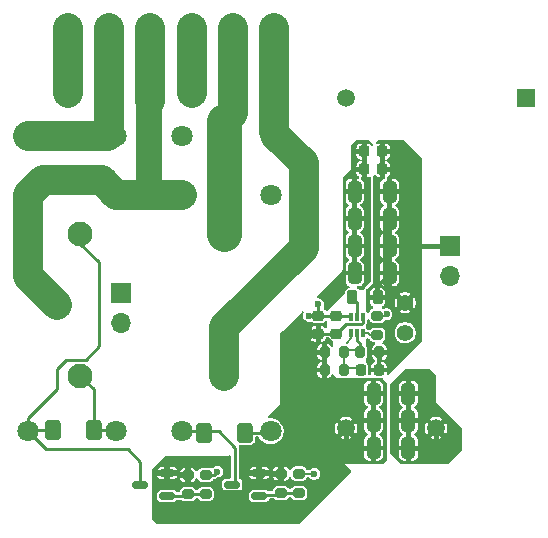
<source format=gbr>
%TF.GenerationSoftware,KiCad,Pcbnew,9.0.0*%
%TF.CreationDate,2025-03-25T19:49:10+01:00*%
%TF.ProjectId,raumtemp_relay,7261756d-7465-46d7-905f-72656c61792e,rev?*%
%TF.SameCoordinates,Original*%
%TF.FileFunction,Copper,L1,Top*%
%TF.FilePolarity,Positive*%
%FSLAX46Y46*%
G04 Gerber Fmt 4.6, Leading zero omitted, Abs format (unit mm)*
G04 Created by KiCad (PCBNEW 9.0.0) date 2025-03-25 19:49:10*
%MOMM*%
%LPD*%
G01*
G04 APERTURE LIST*
G04 Aperture macros list*
%AMRoundRect*
0 Rectangle with rounded corners*
0 $1 Rounding radius*
0 $2 $3 $4 $5 $6 $7 $8 $9 X,Y pos of 4 corners*
0 Add a 4 corners polygon primitive as box body*
4,1,4,$2,$3,$4,$5,$6,$7,$8,$9,$2,$3,0*
0 Add four circle primitives for the rounded corners*
1,1,$1+$1,$2,$3*
1,1,$1+$1,$4,$5*
1,1,$1+$1,$6,$7*
1,1,$1+$1,$8,$9*
0 Add four rect primitives between the rounded corners*
20,1,$1+$1,$2,$3,$4,$5,0*
20,1,$1+$1,$4,$5,$6,$7,0*
20,1,$1+$1,$6,$7,$8,$9,0*
20,1,$1+$1,$8,$9,$2,$3,0*%
G04 Aperture macros list end*
%TA.AperFunction,ComponentPad*%
%ADD10C,1.803400*%
%TD*%
%TA.AperFunction,SMDPad,CuDef*%
%ADD11RoundRect,0.225000X-0.250000X0.225000X-0.250000X-0.225000X0.250000X-0.225000X0.250000X0.225000X0*%
%TD*%
%TA.AperFunction,SMDPad,CuDef*%
%ADD12RoundRect,0.087500X-0.087500X0.250000X-0.087500X-0.250000X0.087500X-0.250000X0.087500X0.250000X0*%
%TD*%
%TA.AperFunction,SMDPad,CuDef*%
%ADD13RoundRect,0.200000X0.275000X-0.200000X0.275000X0.200000X-0.275000X0.200000X-0.275000X-0.200000X0*%
%TD*%
%TA.AperFunction,SMDPad,CuDef*%
%ADD14RoundRect,0.250000X0.325000X0.650000X-0.325000X0.650000X-0.325000X-0.650000X0.325000X-0.650000X0*%
%TD*%
%TA.AperFunction,SMDPad,CuDef*%
%ADD15RoundRect,0.200000X-0.275000X0.200000X-0.275000X-0.200000X0.275000X-0.200000X0.275000X0.200000X0*%
%TD*%
%TA.AperFunction,ComponentPad*%
%ADD16C,1.400000*%
%TD*%
%TA.AperFunction,SMDPad,CuDef*%
%ADD17RoundRect,0.150000X0.512500X0.150000X-0.512500X0.150000X-0.512500X-0.150000X0.512500X-0.150000X0*%
%TD*%
%TA.AperFunction,SMDPad,CuDef*%
%ADD18RoundRect,0.225000X0.225000X0.250000X-0.225000X0.250000X-0.225000X-0.250000X0.225000X-0.250000X0*%
%TD*%
%TA.AperFunction,SMDPad,CuDef*%
%ADD19RoundRect,0.218750X-0.218750X-0.381250X0.218750X-0.381250X0.218750X0.381250X-0.218750X0.381250X0*%
%TD*%
%TA.AperFunction,SMDPad,CuDef*%
%ADD20RoundRect,0.200000X0.200000X0.275000X-0.200000X0.275000X-0.200000X-0.275000X0.200000X-0.275000X0*%
%TD*%
%TA.AperFunction,SMDPad,CuDef*%
%ADD21RoundRect,0.250000X0.400000X0.600000X-0.400000X0.600000X-0.400000X-0.600000X0.400000X-0.600000X0*%
%TD*%
%TA.AperFunction,ComponentPad*%
%ADD22R,1.700000X1.700000*%
%TD*%
%TA.AperFunction,ComponentPad*%
%ADD23O,1.700000X1.700000*%
%TD*%
%TA.AperFunction,ComponentPad*%
%ADD24C,1.800000*%
%TD*%
%TA.AperFunction,ComponentPad*%
%ADD25C,2.100000*%
%TD*%
%TA.AperFunction,ComponentPad*%
%ADD26R,1.508000X1.508000*%
%TD*%
%TA.AperFunction,ComponentPad*%
%ADD27C,1.508000*%
%TD*%
%TA.AperFunction,ViaPad*%
%ADD28C,0.600000*%
%TD*%
%TA.AperFunction,Conductor*%
%ADD29C,2.500000*%
%TD*%
%TA.AperFunction,Conductor*%
%ADD30C,0.200000*%
%TD*%
%TA.AperFunction,Conductor*%
%ADD31C,0.250000*%
%TD*%
%TA.AperFunction,Conductor*%
%ADD32C,0.400000*%
%TD*%
%TA.AperFunction,Conductor*%
%ADD33C,0.150000*%
%TD*%
%TA.AperFunction,Conductor*%
%ADD34C,2.200000*%
%TD*%
%TA.AperFunction,Conductor*%
%ADD35C,3.000000*%
%TD*%
G04 APERTURE END LIST*
D10*
%TO.P,K3,1,1*%
%TO.N,Net-(D2-A)*%
X135725000Y-99180000D03*
%TO.P,K3,3,3*%
%TO.N,Net-(J1-3)*%
X135725000Y-79180000D03*
%TO.P,K3,4,4*%
%TO.N,Net-(J1-6)*%
X135725000Y-74180000D03*
%TO.P,K3,5,5*%
X143225000Y-74180000D03*
%TO.P,K3,6,6*%
%TO.N,Net-(J1-3)*%
X143225000Y-79180000D03*
%TO.P,K3,8,8*%
%TO.N,+VDC*%
X143225000Y-99180000D03*
%TD*%
%TO.P,K2,1,1*%
%TO.N,Net-(D1-A)*%
X122675000Y-99180000D03*
%TO.P,K2,3,3*%
%TO.N,Net-(J1-3)*%
X122675000Y-79180000D03*
%TO.P,K2,4,4*%
%TO.N,Net-(J1-2)*%
X122675000Y-74180000D03*
%TO.P,K2,5,5*%
X130175000Y-74180000D03*
%TO.P,K2,6,6*%
%TO.N,Net-(J1-3)*%
X130175000Y-79180000D03*
%TO.P,K2,8,8*%
%TO.N,+VDC*%
X130175000Y-99180000D03*
%TD*%
D11*
%TO.P,C14,1*%
%TO.N,+VDC*%
X147275000Y-89380000D03*
%TO.P,C14,2*%
%TO.N,GND*%
X147275000Y-90930000D03*
%TD*%
D12*
%TO.P,U1,6,PG*%
%TO.N,Net-(U1-PG)*%
X151025000Y-90892500D03*
%TO.P,U1,5,FB*%
%TO.N,Net-(U1-FB)*%
X150525000Y-90892500D03*
%TO.P,U1,4,EN*%
%TO.N,+VDC*%
X150025000Y-90892500D03*
%TO.P,U1,3,VIN*%
X150025000Y-89467500D03*
%TO.P,U1,2,SW*%
%TO.N,Net-(U1-SW)*%
X150525000Y-89467500D03*
%TO.P,U1,1,GND*%
%TO.N,GND*%
X151025000Y-89467500D03*
%TD*%
D13*
%TO.P,R9,1*%
%TO.N,Net-(U1-PG)*%
X152275000Y-91030000D03*
%TO.P,R9,2*%
%TO.N,+VDC*%
X152275000Y-89380000D03*
%TD*%
D14*
%TO.P,C2,2*%
%TO.N,GND*%
X151950000Y-95980000D03*
%TO.P,C2,1*%
%TO.N,+VDC*%
X154900000Y-95980000D03*
%TD*%
D15*
%TO.P,R4,1*%
%TO.N,Net-(J2-Pin_2)*%
X145625000Y-102755000D03*
%TO.P,R4,2*%
%TO.N,Net-(Q2-G)*%
X145625000Y-104405000D03*
%TD*%
D16*
%TO.P,JP1,1,A*%
%TO.N,+VDC*%
X154625000Y-90830000D03*
%TO.P,JP1,2,B*%
%TO.N,+3V3*%
X154625000Y-88290000D03*
%TD*%
D14*
%TO.P,C3,1*%
%TO.N,+3V3*%
X153300000Y-81180000D03*
%TO.P,C3,2*%
%TO.N,GND*%
X150350000Y-81180000D03*
%TD*%
D17*
%TO.P,Q2,1,G*%
%TO.N,Net-(Q2-G)*%
X142262500Y-104630000D03*
%TO.P,Q2,2,S*%
%TO.N,GND*%
X142262500Y-102730000D03*
%TO.P,Q2,3,D*%
%TO.N,Net-(D2-A)*%
X139987500Y-103680000D03*
%TD*%
D18*
%TO.P,C1,1*%
%TO.N,+3V3*%
X152400000Y-93980000D03*
%TO.P,C1,2*%
%TO.N,Net-(U1-FB)*%
X150850000Y-93980000D03*
%TD*%
D19*
%TO.P,L2,1,1*%
%TO.N,Net-(U1-SW)*%
X150162500Y-87830000D03*
%TO.P,L2,2,2*%
%TO.N,+3V3*%
X152287500Y-87830000D03*
%TD*%
D13*
%TO.P,R2,1*%
%TO.N,Net-(Q2-G)*%
X144125000Y-104405000D03*
%TO.P,R2,2*%
%TO.N,GND*%
X144125000Y-102755000D03*
%TD*%
D18*
%TO.P,C11,1*%
%TO.N,+3V3*%
X152700000Y-75480000D03*
%TO.P,C11,2*%
%TO.N,GND*%
X151150000Y-75480000D03*
%TD*%
D20*
%TO.P,R7,1*%
%TO.N,+3V3*%
X152450000Y-92480000D03*
%TO.P,R7,2*%
%TO.N,Net-(U1-FB)*%
X150800000Y-92480000D03*
%TD*%
D21*
%TO.P,D2,1,K*%
%TO.N,+VDC*%
X141075000Y-99280000D03*
%TO.P,D2,2,A*%
%TO.N,Net-(D2-A)*%
X137575000Y-99280000D03*
%TD*%
D14*
%TO.P,C6,1*%
%TO.N,+VDC*%
X154900000Y-98280000D03*
%TO.P,C6,2*%
%TO.N,GND*%
X151950000Y-98280000D03*
%TD*%
D21*
%TO.P,D1,1,K*%
%TO.N,+VDC*%
X128275000Y-99080000D03*
%TO.P,D1,2,A*%
%TO.N,Net-(D1-A)*%
X124775000Y-99080000D03*
%TD*%
D13*
%TO.P,R1,1*%
%TO.N,Net-(Q1-G)*%
X136225000Y-104505000D03*
%TO.P,R1,2*%
%TO.N,GND*%
X136225000Y-102855000D03*
%TD*%
D14*
%TO.P,C4,1*%
%TO.N,+3V3*%
X153300000Y-83480000D03*
%TO.P,C4,2*%
%TO.N,GND*%
X150350000Y-83480000D03*
%TD*%
D20*
%TO.P,R5,1*%
%TO.N,Net-(U1-FB)*%
X149450000Y-92480000D03*
%TO.P,R5,2*%
%TO.N,GND*%
X147800000Y-92480000D03*
%TD*%
D22*
%TO.P,J3,1,Pin_1*%
%TO.N,+3V3*%
X158425000Y-83480000D03*
D23*
%TO.P,J3,2,Pin_2*%
%TO.N,GND*%
X158425000Y-86020000D03*
%TD*%
D14*
%TO.P,C5,1*%
%TO.N,+3V3*%
X153300000Y-85780000D03*
%TO.P,C5,2*%
%TO.N,GND*%
X150350000Y-85780000D03*
%TD*%
%TO.P,C8,1*%
%TO.N,+3V3*%
X153300000Y-78880000D03*
%TO.P,C8,2*%
%TO.N,GND*%
X150350000Y-78880000D03*
%TD*%
D20*
%TO.P,R8,1*%
%TO.N,Net-(U1-FB)*%
X149450000Y-93980000D03*
%TO.P,R8,2*%
%TO.N,GND*%
X147800000Y-93980000D03*
%TD*%
D22*
%TO.P,J2,1,Pin_1*%
%TO.N,Net-(J2-Pin_1)*%
X130524656Y-87480000D03*
D23*
%TO.P,J2,2,Pin_2*%
%TO.N,Net-(J2-Pin_2)*%
X130524656Y-90020000D03*
%TD*%
D18*
%TO.P,C12,1*%
%TO.N,+3V3*%
X152700000Y-76980000D03*
%TO.P,C12,2*%
%TO.N,GND*%
X151150000Y-76980000D03*
%TD*%
D14*
%TO.P,C7,1*%
%TO.N,+VDC*%
X154900000Y-100580000D03*
%TO.P,C7,2*%
%TO.N,GND*%
X151950000Y-100580000D03*
%TD*%
D17*
%TO.P,Q1,1,G*%
%TO.N,Net-(Q1-G)*%
X134462500Y-104630000D03*
%TO.P,Q1,2,S*%
%TO.N,GND*%
X134462500Y-102730000D03*
%TO.P,Q1,3,D*%
%TO.N,Net-(D1-A)*%
X132187500Y-103680000D03*
%TD*%
D15*
%TO.P,R3,1*%
%TO.N,Net-(J2-Pin_1)*%
X137725000Y-102855000D03*
%TO.P,R3,2*%
%TO.N,Net-(Q1-G)*%
X137725000Y-104505000D03*
%TD*%
D24*
%TO.P,J1,1_A,1*%
%TO.N,Net-(J1-1)*%
X126036723Y-70200000D03*
%TO.P,J1,1_B,1__1*%
X126036723Y-64700000D03*
%TO.P,J1,2_A,2*%
%TO.N,Net-(J1-2)*%
X129536723Y-70200000D03*
%TO.P,J1,2_B,2__1*%
X129536723Y-64700000D03*
%TO.P,J1,3_A,3*%
%TO.N,Net-(J1-3)*%
X133036723Y-70200000D03*
%TO.P,J1,3_B,3__1*%
X133036723Y-64700000D03*
%TO.P,J1,4_A,4*%
%TO.N,Net-(J1-4)*%
X136536723Y-70200000D03*
%TO.P,J1,4_B,4__1*%
X136536723Y-64700000D03*
%TO.P,J1,5_A,5*%
%TO.N,Net-(J1-5)*%
X140036723Y-70200000D03*
%TO.P,J1,5_B,5__1*%
X140036723Y-64700000D03*
%TO.P,J1,6_A,6*%
%TO.N,Net-(J1-6)*%
X143536723Y-70200000D03*
%TO.P,J1,6_B,6__1*%
X143536723Y-64700000D03*
%TD*%
D25*
%TO.P,K1,COIL1*%
%TO.N,+VDC*%
X127125000Y-94480000D03*
%TO.P,K1,COIL2*%
%TO.N,Net-(D1-A)*%
X127125000Y-82480000D03*
%TO.P,K1,COM*%
%TO.N,Net-(J1-3)*%
X125125000Y-88480000D03*
%TO.P,K1,NC*%
%TO.N,Net-(J1-6)*%
X139325000Y-94480000D03*
%TO.P,K1,NO*%
%TO.N,Net-(J1-5)*%
X139325000Y-82480000D03*
%TD*%
D26*
%TO.P,PS1,1,VAC_IN(L)*%
%TO.N,Net-(J1-3)*%
X164864545Y-70981894D03*
D27*
%TO.P,PS1,2,VAC_IN(N)*%
%TO.N,Net-(J1-1)*%
X149624545Y-70981894D03*
%TO.P,PS1,3,-VOUT*%
%TO.N,GND*%
X149624545Y-98921894D03*
%TO.P,PS1,4,+VOUT*%
%TO.N,+VDC*%
X157244545Y-98921894D03*
%TD*%
D11*
%TO.P,C13,1*%
%TO.N,+VDC*%
X148775000Y-89380000D03*
%TO.P,C13,2*%
%TO.N,GND*%
X148775000Y-90930000D03*
%TD*%
D28*
%TO.N,+VDC*%
X153050000Y-89255000D03*
X147275000Y-88430000D03*
X146475000Y-89380000D03*
%TO.N,GND*%
X146475000Y-90580000D03*
X146475000Y-91230000D03*
X145125000Y-91430000D03*
X150825000Y-95980000D03*
X149225000Y-86780000D03*
X150125000Y-77380000D03*
%TO.N,+VDC*%
X156025000Y-98280000D03*
X154925000Y-94580000D03*
%TO.N,Net-(J2-Pin_2)*%
X146925000Y-102780000D03*
%TO.N,Net-(J2-Pin_1)*%
X138725000Y-102580000D03*
%TD*%
D29*
%TO.N,Net-(J1-3)*%
X130092108Y-79097108D02*
X130175000Y-79097108D01*
X123925000Y-77930000D02*
X128925000Y-77930000D01*
X128925000Y-77930000D02*
X130092108Y-79097108D01*
X122675000Y-79180000D02*
X123925000Y-77930000D01*
%TO.N,Net-(J1-6)*%
X139325000Y-90380000D02*
X139325000Y-94480000D01*
X146025000Y-76480000D02*
X146025000Y-83680000D01*
X143625000Y-74080000D02*
X146025000Y-76480000D01*
X146025000Y-83680000D02*
X139325000Y-90380000D01*
%TO.N,Net-(J1-2)*%
X129536723Y-74091723D02*
X129536723Y-70200000D01*
X129448446Y-74180000D02*
X129536723Y-74091723D01*
X122675000Y-74180000D02*
X129448446Y-74180000D01*
D30*
%TO.N,+VDC*%
X152925000Y-89380000D02*
X153050000Y-89255000D01*
X152275000Y-89380000D02*
X152925000Y-89380000D01*
%TO.N,Net-(U1-PG)*%
X151487500Y-90892500D02*
X151025000Y-90892500D01*
X151625000Y-91030000D02*
X151487500Y-90892500D01*
X152275000Y-91030000D02*
X151625000Y-91030000D01*
D31*
%TO.N,+VDC*%
X147275000Y-89380000D02*
X147275000Y-88430000D01*
X147275000Y-89380000D02*
X146475000Y-89380000D01*
X148775000Y-89380000D02*
X147275000Y-89380000D01*
D32*
%TO.N,GND*%
X146475000Y-90580000D02*
X146475000Y-91230000D01*
X146825000Y-90930000D02*
X146475000Y-90580000D01*
X147275000Y-90930000D02*
X146825000Y-90930000D01*
X146775000Y-90930000D02*
X146475000Y-91230000D01*
X147275000Y-90930000D02*
X146775000Y-90930000D01*
D31*
X147128000Y-90930000D02*
X148775000Y-90930000D01*
X147128000Y-90783783D02*
X147128000Y-90930000D01*
X146475000Y-91230000D02*
X146422000Y-91177000D01*
D30*
%TO.N,+VDC*%
X150049000Y-90916500D02*
X150049000Y-91306000D01*
X150049000Y-91306000D02*
X149675000Y-91680000D01*
X150025000Y-90892500D02*
X150049000Y-90916500D01*
D31*
%TO.N,GND*%
X150875000Y-90130000D02*
X149575000Y-90130000D01*
X149575000Y-90130000D02*
X148775000Y-90930000D01*
%TO.N,+VDC*%
X149937500Y-89380000D02*
X150025000Y-89467500D01*
X148775000Y-89380000D02*
X149937500Y-89380000D01*
D33*
X149987500Y-89467500D02*
X149975000Y-89480000D01*
X150025000Y-89467500D02*
X149987500Y-89467500D01*
%TO.N,GND*%
X151112500Y-89380000D02*
X151025000Y-89467500D01*
D31*
%TO.N,Net-(U1-FB)*%
X150800000Y-91855000D02*
X150800000Y-92480000D01*
D30*
X149525000Y-92205000D02*
X149450000Y-92280000D01*
X150800000Y-92280000D02*
X149450000Y-92280000D01*
D31*
X150525000Y-90892500D02*
X150525000Y-91480000D01*
D30*
X150850000Y-93780000D02*
X149450000Y-93780000D01*
D31*
X150525000Y-91480000D02*
X150800000Y-91755000D01*
D30*
X149450000Y-93780000D02*
X149450000Y-92280000D01*
D31*
%TO.N,Net-(U1-SW)*%
X150525000Y-89467500D02*
X150525000Y-88242500D01*
X150525000Y-88242500D02*
X150162500Y-87880000D01*
%TO.N,GND*%
X148737500Y-90892500D02*
X148725000Y-90905000D01*
D32*
%TO.N,+3V3*%
X158425000Y-83480000D02*
X155375000Y-83480000D01*
X154815000Y-88480000D02*
X154625000Y-88290000D01*
X154625000Y-88290000D02*
X152925000Y-86590000D01*
D30*
X152400000Y-93780000D02*
X152400000Y-92330000D01*
D31*
X152287500Y-86792500D02*
X153300000Y-85780000D01*
D32*
X152925000Y-86590000D02*
X152925000Y-81530000D01*
D31*
X152287500Y-87880000D02*
X152287500Y-86792500D01*
D30*
X152400000Y-92330000D02*
X152450000Y-92280000D01*
D31*
X152450000Y-88042500D02*
X152287500Y-87880000D01*
%TO.N,GND*%
X151025000Y-89467500D02*
X151025000Y-89980000D01*
X136100000Y-102730000D02*
X136225000Y-102855000D01*
X143400000Y-102630000D02*
X143525000Y-102755000D01*
D32*
X149624545Y-100179545D02*
X150025000Y-100580000D01*
D31*
X134462500Y-102730000D02*
X136100000Y-102730000D01*
D32*
X149624545Y-98921894D02*
X149624545Y-100179545D01*
D31*
X136225000Y-102855000D02*
X136225000Y-102480000D01*
X142462500Y-102630000D02*
X143400000Y-102630000D01*
X151025000Y-89980000D02*
X150875000Y-90130000D01*
X143525000Y-102755000D02*
X144125000Y-102755000D01*
X142462500Y-103042500D02*
X142462500Y-102630000D01*
D32*
X150025000Y-100580000D02*
X151950000Y-100580000D01*
D31*
%TO.N,+VDC*%
X141075000Y-99280000D02*
X143125000Y-99280000D01*
X143125000Y-99280000D02*
X143225000Y-99180000D01*
D32*
X157244545Y-98921894D02*
X157244545Y-99960455D01*
D31*
X148937500Y-89467500D02*
X148725000Y-89255000D01*
X127125000Y-94480000D02*
X128275000Y-95630000D01*
X128275000Y-95630000D02*
X128275000Y-99080000D01*
D32*
X156625000Y-100580000D02*
X154900000Y-100580000D01*
D31*
X128275000Y-99080000D02*
X130075000Y-99080000D01*
D32*
X157244545Y-99960455D02*
X156625000Y-100580000D01*
D31*
X130075000Y-99080000D02*
X130175000Y-99180000D01*
D29*
%TO.N,Net-(J1-3)*%
X133036723Y-70200000D02*
X133036723Y-71230000D01*
X122675000Y-86030000D02*
X122675000Y-79180000D01*
D34*
X133036723Y-71230000D02*
X132975000Y-71291723D01*
X132975000Y-71291723D02*
X132975000Y-79097108D01*
D29*
X125125000Y-88480000D02*
X122675000Y-86030000D01*
X133025000Y-79180000D02*
X135725000Y-79180000D01*
X133036723Y-79168277D02*
X133025000Y-79180000D01*
X132975000Y-79097108D02*
X133036723Y-79097108D01*
X130175000Y-79180000D02*
X135725000Y-79180000D01*
X133036723Y-65018297D02*
X133036723Y-70518297D01*
%TO.N,Net-(J1-2)*%
X129536723Y-65018297D02*
X129536723Y-70518297D01*
%TO.N,Net-(J1-1)*%
X126036723Y-65018297D02*
X126036723Y-70518297D01*
%TO.N,Net-(J1-4)*%
X136536723Y-65018297D02*
X136536723Y-70518297D01*
%TO.N,Net-(J1-6)*%
X143536723Y-65018297D02*
X143536723Y-70518297D01*
X143536723Y-70518297D02*
X143536723Y-73868277D01*
D35*
%TO.N,Net-(J1-5)*%
X139325000Y-82480000D02*
X139325000Y-72930000D01*
D29*
X139325000Y-72930000D02*
X140036723Y-72218277D01*
X140036723Y-72218277D02*
X140036723Y-65018297D01*
D31*
%TO.N,Net-(Q1-G)*%
X136100000Y-104630000D02*
X136225000Y-104505000D01*
X134462500Y-104630000D02*
X136100000Y-104630000D01*
X136225000Y-104505000D02*
X137725000Y-104505000D01*
%TO.N,Net-(Q2-G)*%
X142462500Y-104530000D02*
X144000000Y-104530000D01*
X144125000Y-104405000D02*
X145625000Y-104405000D01*
X144000000Y-104530000D02*
X144125000Y-104405000D01*
%TO.N,Net-(D1-A)*%
X127600000Y-93105000D02*
X128725000Y-91980000D01*
X128725000Y-84880000D02*
X127125000Y-83280000D01*
X122775000Y-99080000D02*
X122675000Y-99180000D01*
X131125000Y-100680000D02*
X128225000Y-100680000D01*
X132187500Y-101742500D02*
X131125000Y-100680000D01*
X127125000Y-83280000D02*
X127125000Y-82480000D01*
X128725000Y-91980000D02*
X128725000Y-84880000D01*
X132187500Y-103680000D02*
X132187500Y-101742500D01*
X124175000Y-100680000D02*
X122675000Y-99180000D01*
X125900000Y-93105000D02*
X127600000Y-93105000D01*
X124775000Y-99080000D02*
X122775000Y-99080000D01*
X125125000Y-93880000D02*
X125900000Y-93105000D01*
X125125000Y-95580000D02*
X125125000Y-93880000D01*
X128225000Y-100680000D02*
X124175000Y-100680000D01*
X122675000Y-98030000D02*
X125125000Y-95580000D01*
X122675000Y-99180000D02*
X122675000Y-98030000D01*
%TO.N,Net-(D2-A)*%
X140225000Y-103542500D02*
X140225000Y-100580000D01*
X140225000Y-100580000D02*
X138825000Y-99180000D01*
X140187500Y-103580000D02*
X140225000Y-103542500D01*
X138825000Y-99180000D02*
X135725000Y-99180000D01*
D30*
%TO.N,Net-(J2-Pin_2)*%
X145625000Y-102755000D02*
X146900000Y-102755000D01*
X146900000Y-102755000D02*
X146925000Y-102780000D01*
D31*
%TO.N,Net-(J2-Pin_1)*%
X137725000Y-102880000D02*
X137725000Y-102855000D01*
X137725000Y-102855000D02*
X138450000Y-102855000D01*
X138450000Y-102855000D02*
X138725000Y-102580000D01*
%TD*%
%TA.AperFunction,Conductor*%
%TO.N,GND*%
G36*
X149525000Y-101980000D02*
G01*
X149524999Y-101980000D01*
X150037318Y-102492319D01*
X150070803Y-102553642D01*
X150065819Y-102623334D01*
X150037318Y-102667681D01*
X145741819Y-106963181D01*
X145680496Y-106996666D01*
X145654138Y-106999500D01*
X133595862Y-106999500D01*
X133528823Y-106979815D01*
X133508181Y-106963181D01*
X133261319Y-106716319D01*
X133227834Y-106654996D01*
X133225000Y-106628638D01*
X133225000Y-104446739D01*
X133599500Y-104446739D01*
X133599500Y-104813260D01*
X133609426Y-104881391D01*
X133660803Y-104986485D01*
X133743514Y-105069196D01*
X133743515Y-105069196D01*
X133743517Y-105069198D01*
X133848607Y-105120573D01*
X133882673Y-105125536D01*
X133916739Y-105130500D01*
X133916740Y-105130500D01*
X135008261Y-105130500D01*
X135030971Y-105127191D01*
X135076393Y-105120573D01*
X135181483Y-105069198D01*
X135217636Y-105033045D01*
X135258863Y-104991819D01*
X135285790Y-104977115D01*
X135311609Y-104960523D01*
X135317809Y-104959631D01*
X135320186Y-104958334D01*
X135346544Y-104955500D01*
X135582746Y-104955500D01*
X135649785Y-104975185D01*
X135670428Y-104991820D01*
X135711653Y-105033046D01*
X135711655Y-105033047D01*
X135711658Y-105033050D01*
X135824694Y-105090645D01*
X135824698Y-105090647D01*
X135918475Y-105105499D01*
X135918481Y-105105500D01*
X136531518Y-105105499D01*
X136625304Y-105090646D01*
X136738342Y-105033050D01*
X136828050Y-104943342D01*
X136851049Y-104898203D01*
X136861497Y-104887140D01*
X136867820Y-104873297D01*
X136885000Y-104862255D01*
X136899023Y-104847409D01*
X136914702Y-104843167D01*
X136926598Y-104835523D01*
X136961533Y-104830500D01*
X136988467Y-104830500D01*
X137055506Y-104850185D01*
X137098950Y-104898203D01*
X137121950Y-104943342D01*
X137121952Y-104943344D01*
X137121954Y-104943347D01*
X137211652Y-105033045D01*
X137211654Y-105033046D01*
X137211658Y-105033050D01*
X137324694Y-105090645D01*
X137324698Y-105090647D01*
X137418475Y-105105499D01*
X137418481Y-105105500D01*
X138031518Y-105105499D01*
X138125304Y-105090646D01*
X138238342Y-105033050D01*
X138328050Y-104943342D01*
X138385646Y-104830304D01*
X138385646Y-104830302D01*
X138385647Y-104830301D01*
X138396424Y-104762255D01*
X138400500Y-104736519D01*
X138400499Y-104446739D01*
X141399500Y-104446739D01*
X141399500Y-104813260D01*
X141409426Y-104881391D01*
X141460803Y-104986485D01*
X141543514Y-105069196D01*
X141543515Y-105069196D01*
X141543517Y-105069198D01*
X141648607Y-105120573D01*
X141682673Y-105125536D01*
X141716739Y-105130500D01*
X141716740Y-105130500D01*
X142808261Y-105130500D01*
X142830971Y-105127191D01*
X142876393Y-105120573D01*
X142981483Y-105069198D01*
X143064198Y-104986483D01*
X143094235Y-104925038D01*
X143141363Y-104873458D01*
X143205636Y-104855500D01*
X143482746Y-104855500D01*
X143549785Y-104875185D01*
X143570428Y-104891820D01*
X143611653Y-104933046D01*
X143611655Y-104933047D01*
X143611658Y-104933050D01*
X143716526Y-104986483D01*
X143724698Y-104990647D01*
X143818475Y-105005499D01*
X143818481Y-105005500D01*
X144431518Y-105005499D01*
X144525304Y-104990646D01*
X144638342Y-104933050D01*
X144728050Y-104843342D01*
X144751049Y-104798203D01*
X144761497Y-104787140D01*
X144767820Y-104773297D01*
X144785000Y-104762255D01*
X144799023Y-104747409D01*
X144814702Y-104743167D01*
X144826598Y-104735523D01*
X144861533Y-104730500D01*
X144888467Y-104730500D01*
X144955506Y-104750185D01*
X144998950Y-104798203D01*
X145021950Y-104843342D01*
X145021952Y-104843344D01*
X145021954Y-104843347D01*
X145111652Y-104933045D01*
X145111654Y-104933046D01*
X145111658Y-104933050D01*
X145216526Y-104986483D01*
X145224698Y-104990647D01*
X145318475Y-105005499D01*
X145318481Y-105005500D01*
X145931518Y-105005499D01*
X146025304Y-104990646D01*
X146138342Y-104933050D01*
X146228050Y-104843342D01*
X146285646Y-104730304D01*
X146285646Y-104730302D01*
X146285647Y-104730301D01*
X146300499Y-104636524D01*
X146300500Y-104636519D01*
X146300499Y-104173482D01*
X146285646Y-104079696D01*
X146228050Y-103966658D01*
X146228046Y-103966654D01*
X146228045Y-103966652D01*
X146138347Y-103876954D01*
X146138344Y-103876952D01*
X146138342Y-103876950D01*
X146061517Y-103837805D01*
X146025301Y-103819352D01*
X145931524Y-103804500D01*
X145318482Y-103804500D01*
X145237519Y-103817323D01*
X145224696Y-103819354D01*
X145111658Y-103876950D01*
X145111657Y-103876951D01*
X145111652Y-103876954D01*
X145021954Y-103966652D01*
X145021951Y-103966657D01*
X145021950Y-103966658D01*
X144998950Y-104011796D01*
X144988502Y-104022859D01*
X144982180Y-104036703D01*
X144964999Y-104047744D01*
X144950977Y-104062591D01*
X144935297Y-104066832D01*
X144923402Y-104074477D01*
X144888467Y-104079500D01*
X144861533Y-104079500D01*
X144794494Y-104059815D01*
X144751049Y-104011796D01*
X144728050Y-103966658D01*
X144728046Y-103966654D01*
X144728045Y-103966652D01*
X144638347Y-103876954D01*
X144638344Y-103876952D01*
X144638342Y-103876950D01*
X144561517Y-103837805D01*
X144525301Y-103819352D01*
X144431524Y-103804500D01*
X143818482Y-103804500D01*
X143737519Y-103817323D01*
X143724696Y-103819354D01*
X143611658Y-103876950D01*
X143611657Y-103876951D01*
X143611652Y-103876954D01*
X143521954Y-103966652D01*
X143521951Y-103966657D01*
X143521950Y-103966658D01*
X143471000Y-104066652D01*
X143464354Y-104079696D01*
X143461155Y-104099896D01*
X143431226Y-104163032D01*
X143371915Y-104199963D01*
X143338681Y-104204500D01*
X143038191Y-104204500D01*
X142983731Y-104191901D01*
X142876391Y-104139426D01*
X142808261Y-104129500D01*
X142808260Y-104129500D01*
X141716740Y-104129500D01*
X141716739Y-104129500D01*
X141648608Y-104139426D01*
X141543514Y-104190803D01*
X141460803Y-104273514D01*
X141409426Y-104378608D01*
X141399500Y-104446739D01*
X138400499Y-104446739D01*
X138400499Y-104273482D01*
X138385646Y-104179696D01*
X138328050Y-104066658D01*
X138328046Y-104066654D01*
X138328045Y-104066652D01*
X138238347Y-103976954D01*
X138238344Y-103976952D01*
X138238342Y-103976950D01*
X138148928Y-103931391D01*
X138125301Y-103919352D01*
X138031524Y-103904500D01*
X137418482Y-103904500D01*
X137337519Y-103917323D01*
X137324696Y-103919354D01*
X137211658Y-103976950D01*
X137211657Y-103976951D01*
X137211652Y-103976954D01*
X137121954Y-104066652D01*
X137121951Y-104066657D01*
X137121950Y-104066658D01*
X137098950Y-104111796D01*
X137088502Y-104122859D01*
X137082180Y-104136703D01*
X137064999Y-104147744D01*
X137050977Y-104162591D01*
X137035297Y-104166832D01*
X137023402Y-104174477D01*
X136988467Y-104179500D01*
X136961533Y-104179500D01*
X136894494Y-104159815D01*
X136851049Y-104111796D01*
X136828050Y-104066658D01*
X136828046Y-104066654D01*
X136828045Y-104066652D01*
X136738347Y-103976954D01*
X136738344Y-103976952D01*
X136738342Y-103976950D01*
X136648928Y-103931391D01*
X136625301Y-103919352D01*
X136531524Y-103904500D01*
X135918482Y-103904500D01*
X135837519Y-103917323D01*
X135824696Y-103919354D01*
X135711658Y-103976950D01*
X135711657Y-103976951D01*
X135711652Y-103976954D01*
X135621954Y-104066652D01*
X135621951Y-104066657D01*
X135621950Y-104066658D01*
X135572845Y-104163032D01*
X135564354Y-104179696D01*
X135561155Y-104199896D01*
X135546550Y-104230705D01*
X135532394Y-104261703D01*
X135531620Y-104262200D01*
X135531226Y-104263032D01*
X135502290Y-104281049D01*
X135473616Y-104299477D01*
X135472419Y-104299649D01*
X135471915Y-104299963D01*
X135438681Y-104304500D01*
X135346544Y-104304500D01*
X135279505Y-104284815D01*
X135258863Y-104268181D01*
X135181485Y-104190803D01*
X135076391Y-104139426D01*
X135008261Y-104129500D01*
X135008260Y-104129500D01*
X133916740Y-104129500D01*
X133916739Y-104129500D01*
X133848608Y-104139426D01*
X133743514Y-104190803D01*
X133660803Y-104273514D01*
X133609426Y-104378608D01*
X133599500Y-104446739D01*
X133225000Y-104446739D01*
X133225000Y-102980000D01*
X133609730Y-102980000D01*
X133609911Y-102981249D01*
X133661212Y-103086188D01*
X133743811Y-103168787D01*
X133848748Y-103220087D01*
X133848751Y-103220088D01*
X133916780Y-103229999D01*
X134212499Y-103229999D01*
X134712500Y-103229999D01*
X135008218Y-103229999D01*
X135076249Y-103220087D01*
X135181191Y-103168784D01*
X135244975Y-103105000D01*
X135552935Y-103105000D01*
X135564835Y-103180149D01*
X135564837Y-103180155D01*
X135622356Y-103293041D01*
X135622363Y-103293050D01*
X135711949Y-103382636D01*
X135711953Y-103382639D01*
X135824855Y-103440166D01*
X135918514Y-103454999D01*
X135974999Y-103454998D01*
X135975000Y-103454998D01*
X135975000Y-103105000D01*
X135552935Y-103105000D01*
X135244975Y-103105000D01*
X135263784Y-103086191D01*
X135299333Y-103013475D01*
X135299334Y-103013473D01*
X135315088Y-102981248D01*
X135315270Y-102980000D01*
X134712500Y-102980000D01*
X134712500Y-103229999D01*
X134212499Y-103229999D01*
X134212500Y-103229998D01*
X134212500Y-102980000D01*
X133609730Y-102980000D01*
X133225000Y-102980000D01*
X133225000Y-102605000D01*
X135552932Y-102605000D01*
X135975000Y-102605000D01*
X135975000Y-102255000D01*
X136475000Y-102255000D01*
X136475000Y-103454999D01*
X136531479Y-103454999D01*
X136625149Y-103440164D01*
X136625155Y-103440162D01*
X136738041Y-103382643D01*
X136738050Y-103382636D01*
X136827636Y-103293050D01*
X136827641Y-103293044D01*
X136864234Y-103221225D01*
X136912208Y-103170429D01*
X136980028Y-103153633D01*
X137046163Y-103176170D01*
X137085203Y-103221223D01*
X137121949Y-103293340D01*
X137121954Y-103293347D01*
X137211652Y-103383045D01*
X137211654Y-103383046D01*
X137211658Y-103383050D01*
X137323746Y-103440162D01*
X137324698Y-103440647D01*
X137412116Y-103454491D01*
X137415311Y-103454998D01*
X137418475Y-103455499D01*
X137418481Y-103455500D01*
X138031518Y-103455499D01*
X138125304Y-103440646D01*
X138238342Y-103383050D01*
X138328050Y-103293342D01*
X138351049Y-103248203D01*
X138399023Y-103197409D01*
X138461533Y-103180500D01*
X138492851Y-103180500D01*
X138492853Y-103180500D01*
X138575639Y-103158318D01*
X138649862Y-103115465D01*
X138649869Y-103115457D01*
X138656308Y-103110518D01*
X138657412Y-103111956D01*
X138709831Y-103083334D01*
X138736189Y-103080500D01*
X138790890Y-103080500D01*
X138790892Y-103080500D01*
X138918186Y-103046392D01*
X139032314Y-102980500D01*
X139125500Y-102887314D01*
X139191392Y-102773186D01*
X139225500Y-102645892D01*
X139225500Y-102514108D01*
X139191392Y-102386814D01*
X139125500Y-102272686D01*
X139032314Y-102179500D01*
X138975250Y-102146554D01*
X138918187Y-102113608D01*
X138854539Y-102096554D01*
X138790892Y-102079500D01*
X138659108Y-102079500D01*
X138531812Y-102113608D01*
X138417686Y-102179500D01*
X138323174Y-102274012D01*
X138261850Y-102307496D01*
X138192159Y-102302512D01*
X138179205Y-102296818D01*
X138125304Y-102269354D01*
X138125303Y-102269353D01*
X138125300Y-102269352D01*
X138125301Y-102269352D01*
X138031524Y-102254500D01*
X137418482Y-102254500D01*
X137337519Y-102267323D01*
X137324696Y-102269354D01*
X137211658Y-102326950D01*
X137211657Y-102326951D01*
X137211652Y-102326954D01*
X137121954Y-102416652D01*
X137121950Y-102416657D01*
X137085203Y-102488776D01*
X137037228Y-102539571D01*
X136969406Y-102556365D01*
X136903272Y-102533826D01*
X136864234Y-102488774D01*
X136827639Y-102416954D01*
X136827636Y-102416949D01*
X136738050Y-102327363D01*
X136738046Y-102327360D01*
X136625144Y-102269833D01*
X136531486Y-102255000D01*
X136475000Y-102255000D01*
X135975000Y-102255000D01*
X135974999Y-102254999D01*
X135918521Y-102255000D01*
X135824849Y-102269835D01*
X135824844Y-102269837D01*
X135711958Y-102327356D01*
X135711949Y-102327363D01*
X135622363Y-102416949D01*
X135622360Y-102416953D01*
X135564833Y-102529855D01*
X135564833Y-102529856D01*
X135562479Y-102544726D01*
X135562478Y-102544729D01*
X135552932Y-102605000D01*
X133225000Y-102605000D01*
X133225000Y-102479999D01*
X133609729Y-102479999D01*
X133609730Y-102480000D01*
X134212500Y-102480000D01*
X134712500Y-102480000D01*
X135315270Y-102480000D01*
X135315270Y-102479999D01*
X135315088Y-102478750D01*
X135263787Y-102373811D01*
X135181188Y-102291212D01*
X135076251Y-102239912D01*
X135076248Y-102239911D01*
X135008220Y-102230000D01*
X134712500Y-102230000D01*
X134712500Y-102480000D01*
X134212500Y-102480000D01*
X134212500Y-102230000D01*
X133916787Y-102230000D01*
X133848751Y-102239912D01*
X133743808Y-102291215D01*
X133661212Y-102373811D01*
X133609911Y-102478750D01*
X133609729Y-102479999D01*
X133225000Y-102479999D01*
X133225000Y-102331362D01*
X133244685Y-102264323D01*
X133261319Y-102243681D01*
X134188681Y-101316319D01*
X134250004Y-101282834D01*
X134276362Y-101280000D01*
X139625000Y-101280000D01*
X139687819Y-101217181D01*
X139749142Y-101183696D01*
X139818834Y-101188680D01*
X139874767Y-101230552D01*
X139899184Y-101296016D01*
X139899500Y-101304862D01*
X139899500Y-103055500D01*
X139879815Y-103122539D01*
X139827011Y-103168294D01*
X139775500Y-103179500D01*
X139441739Y-103179500D01*
X139373608Y-103189426D01*
X139268514Y-103240803D01*
X139185803Y-103323514D01*
X139134426Y-103428608D01*
X139124500Y-103496739D01*
X139124500Y-103863260D01*
X139134426Y-103931391D01*
X139185803Y-104036485D01*
X139268514Y-104119196D01*
X139268515Y-104119196D01*
X139268517Y-104119198D01*
X139373607Y-104170573D01*
X139393566Y-104173481D01*
X139441739Y-104180500D01*
X139441740Y-104180500D01*
X140533261Y-104180500D01*
X140555971Y-104177191D01*
X140601393Y-104170573D01*
X140706483Y-104119198D01*
X140789198Y-104036483D01*
X140840573Y-103931393D01*
X140850500Y-103863260D01*
X140850500Y-103496740D01*
X140840573Y-103428607D01*
X140789198Y-103323517D01*
X140789196Y-103323515D01*
X140789196Y-103323514D01*
X140706485Y-103240803D01*
X140666433Y-103221223D01*
X140620039Y-103198542D01*
X140608058Y-103187596D01*
X140593297Y-103180855D01*
X140582796Y-103164516D01*
X140568457Y-103151415D01*
X140563903Y-103135117D01*
X140555523Y-103122077D01*
X140550500Y-103087142D01*
X140550500Y-102980000D01*
X141409730Y-102980000D01*
X141409911Y-102981249D01*
X141461212Y-103086188D01*
X141543811Y-103168787D01*
X141648748Y-103220087D01*
X141648751Y-103220088D01*
X141716780Y-103229999D01*
X142012499Y-103229999D01*
X142512500Y-103229999D01*
X142808218Y-103229999D01*
X142876249Y-103220087D01*
X142981191Y-103168784D01*
X143063787Y-103086188D01*
X143103477Y-103005000D01*
X143452935Y-103005000D01*
X143464835Y-103080149D01*
X143464837Y-103080155D01*
X143522356Y-103193041D01*
X143522363Y-103193050D01*
X143611949Y-103282636D01*
X143611953Y-103282639D01*
X143724855Y-103340166D01*
X143818514Y-103354999D01*
X143874999Y-103354998D01*
X143875000Y-103354998D01*
X143875000Y-103005000D01*
X143452935Y-103005000D01*
X143103477Y-103005000D01*
X143115088Y-102981249D01*
X143115270Y-102980000D01*
X142512500Y-102980000D01*
X142512500Y-103229999D01*
X142012499Y-103229999D01*
X142012500Y-103229998D01*
X142012500Y-102980000D01*
X141409730Y-102980000D01*
X140550500Y-102980000D01*
X140550500Y-102505000D01*
X143452932Y-102505000D01*
X143875000Y-102505000D01*
X143875000Y-102155000D01*
X144375000Y-102155000D01*
X144375000Y-103354999D01*
X144431479Y-103354999D01*
X144525149Y-103340164D01*
X144525155Y-103340162D01*
X144638041Y-103282643D01*
X144638050Y-103282636D01*
X144727636Y-103193050D01*
X144727641Y-103193044D01*
X144764234Y-103121225D01*
X144812208Y-103070429D01*
X144880028Y-103053633D01*
X144946163Y-103076170D01*
X144985203Y-103121223D01*
X145021949Y-103193340D01*
X145021954Y-103193347D01*
X145111652Y-103283045D01*
X145111654Y-103283046D01*
X145111658Y-103283050D01*
X145191079Y-103323517D01*
X145224698Y-103340647D01*
X145312116Y-103354491D01*
X145315311Y-103354998D01*
X145318475Y-103355499D01*
X145318481Y-103355500D01*
X145931518Y-103355499D01*
X146025304Y-103340646D01*
X146138342Y-103283050D01*
X146228050Y-103193342D01*
X146263787Y-103123203D01*
X146274235Y-103112140D01*
X146280558Y-103098297D01*
X146297738Y-103087255D01*
X146311761Y-103072409D01*
X146327440Y-103068167D01*
X146339336Y-103060523D01*
X146374271Y-103055500D01*
X146441324Y-103055500D01*
X146508363Y-103075185D01*
X146529005Y-103091819D01*
X146617686Y-103180500D01*
X146688224Y-103221225D01*
X146722133Y-103240803D01*
X146731814Y-103246392D01*
X146859108Y-103280500D01*
X146859110Y-103280500D01*
X146990890Y-103280500D01*
X146990892Y-103280500D01*
X147118186Y-103246392D01*
X147232314Y-103180500D01*
X147325500Y-103087314D01*
X147391392Y-102973186D01*
X147425500Y-102845892D01*
X147425500Y-102714108D01*
X147391392Y-102586814D01*
X147325500Y-102472686D01*
X147232314Y-102379500D01*
X147148937Y-102331362D01*
X147118187Y-102313608D01*
X147034602Y-102291212D01*
X146990892Y-102279500D01*
X146859108Y-102279500D01*
X146731812Y-102313608D01*
X146617686Y-102379500D01*
X146617683Y-102379502D01*
X146579005Y-102418181D01*
X146552077Y-102432884D01*
X146526259Y-102449477D01*
X146520058Y-102450368D01*
X146517682Y-102451666D01*
X146491324Y-102454500D01*
X146374272Y-102454500D01*
X146307233Y-102434815D01*
X146263788Y-102386796D01*
X146233296Y-102326954D01*
X146228050Y-102316658D01*
X146228047Y-102316655D01*
X146228045Y-102316652D01*
X146138347Y-102226954D01*
X146138344Y-102226952D01*
X146138342Y-102226950D01*
X146061517Y-102187805D01*
X146025301Y-102169352D01*
X145931524Y-102154500D01*
X145318482Y-102154500D01*
X145237519Y-102167323D01*
X145224696Y-102169354D01*
X145111658Y-102226950D01*
X145111657Y-102226951D01*
X145111652Y-102226954D01*
X145021954Y-102316652D01*
X145021950Y-102316657D01*
X144985203Y-102388776D01*
X144937228Y-102439571D01*
X144869406Y-102456365D01*
X144803272Y-102433826D01*
X144764234Y-102388774D01*
X144727639Y-102316954D01*
X144727636Y-102316949D01*
X144638050Y-102227363D01*
X144638046Y-102227360D01*
X144525144Y-102169833D01*
X144431486Y-102155000D01*
X144375000Y-102155000D01*
X143875000Y-102155000D01*
X143874999Y-102154999D01*
X143818521Y-102155000D01*
X143724849Y-102169835D01*
X143724844Y-102169837D01*
X143611958Y-102227356D01*
X143611949Y-102227363D01*
X143522363Y-102316949D01*
X143522360Y-102316953D01*
X143464833Y-102429855D01*
X143452932Y-102505000D01*
X140550500Y-102505000D01*
X140550500Y-102479999D01*
X141409729Y-102479999D01*
X141409730Y-102480000D01*
X142012500Y-102480000D01*
X142512500Y-102480000D01*
X143115270Y-102480000D01*
X143115270Y-102479999D01*
X143115088Y-102478750D01*
X143063787Y-102373811D01*
X142981188Y-102291212D01*
X142876251Y-102239912D01*
X142876248Y-102239911D01*
X142808220Y-102230000D01*
X142512500Y-102230000D01*
X142512500Y-102480000D01*
X142012500Y-102480000D01*
X142012500Y-102230000D01*
X141716787Y-102230000D01*
X141648751Y-102239912D01*
X141543808Y-102291215D01*
X141461212Y-102373811D01*
X141409911Y-102478750D01*
X141409729Y-102479999D01*
X140550500Y-102479999D01*
X140550500Y-100537149D01*
X140550500Y-100537147D01*
X140536954Y-100486592D01*
X140538617Y-100416743D01*
X140577780Y-100358881D01*
X140642008Y-100331377D01*
X140656729Y-100330500D01*
X141529270Y-100330500D01*
X141559699Y-100327646D01*
X141559701Y-100327646D01*
X141623790Y-100305219D01*
X141687882Y-100282793D01*
X141797150Y-100202150D01*
X141877793Y-100092882D01*
X141903048Y-100020708D01*
X141922646Y-99964701D01*
X141922646Y-99964699D01*
X141925500Y-99934269D01*
X141925500Y-99729500D01*
X141928050Y-99720814D01*
X141926762Y-99711853D01*
X141937740Y-99687812D01*
X141945185Y-99662461D01*
X141952025Y-99656533D01*
X141955787Y-99648297D01*
X141978021Y-99634007D01*
X141997989Y-99616706D01*
X142008503Y-99614418D01*
X142014565Y-99610523D01*
X142049500Y-99605500D01*
X142128787Y-99605500D01*
X142195826Y-99625185D01*
X142239272Y-99673205D01*
X142263530Y-99720814D01*
X142282314Y-99757679D01*
X142384289Y-99898035D01*
X142506965Y-100020711D01*
X142647321Y-100122686D01*
X142723138Y-100161316D01*
X142801901Y-100201449D01*
X142801904Y-100201450D01*
X142884401Y-100228254D01*
X142966901Y-100255060D01*
X143138255Y-100282200D01*
X143138256Y-100282200D01*
X143311744Y-100282200D01*
X143311745Y-100282200D01*
X143483099Y-100255060D01*
X143648098Y-100201449D01*
X143802679Y-100122686D01*
X143943035Y-100020711D01*
X144065711Y-99898035D01*
X144167686Y-99757679D01*
X144246449Y-99603098D01*
X144300060Y-99438099D01*
X144327200Y-99266745D01*
X144327200Y-99093255D01*
X144300060Y-98921901D01*
X144246449Y-98756902D01*
X144246449Y-98756901D01*
X144206316Y-98678138D01*
X144167686Y-98602321D01*
X144065711Y-98461965D01*
X143943035Y-98339289D01*
X143802679Y-98237314D01*
X143648098Y-98158550D01*
X143648095Y-98158549D01*
X143483100Y-98104940D01*
X143397422Y-98091370D01*
X143311745Y-98077800D01*
X143138255Y-98077800D01*
X143138250Y-98077800D01*
X143135710Y-98078000D01*
X143134758Y-98077800D01*
X143133383Y-98077800D01*
X143133383Y-98077511D01*
X143067333Y-98063638D01*
X143017575Y-98014589D01*
X143002234Y-97946424D01*
X143026181Y-97880786D01*
X143038290Y-97866709D01*
X144025000Y-96880000D01*
X144225000Y-96680000D01*
X149525000Y-101980000D01*
G37*
%TD.AperFunction*%
%TD*%
%TA.AperFunction,Conductor*%
%TO.N,+VDC*%
G36*
X156740677Y-93899685D02*
G01*
X156761319Y-93916319D01*
X157188681Y-94343681D01*
X157222166Y-94405004D01*
X157225000Y-94431362D01*
X157225000Y-96680000D01*
X159388681Y-98843681D01*
X159422166Y-98905004D01*
X159425000Y-98931362D01*
X159425000Y-100728638D01*
X159405315Y-100795677D01*
X159388681Y-100816319D01*
X158261319Y-101943681D01*
X158199996Y-101977166D01*
X158173638Y-101980000D01*
X154376362Y-101980000D01*
X154309323Y-101960315D01*
X154288681Y-101943681D01*
X153629196Y-101284196D01*
X154125001Y-101284196D01*
X154127851Y-101314606D01*
X154172653Y-101442645D01*
X154253207Y-101551792D01*
X154362354Y-101632346D01*
X154490397Y-101677149D01*
X154520792Y-101679999D01*
X154699999Y-101679999D01*
X155100000Y-101679999D01*
X155279196Y-101679999D01*
X155309606Y-101677148D01*
X155437645Y-101632346D01*
X155546792Y-101551792D01*
X155627346Y-101442645D01*
X155672149Y-101314604D01*
X155672149Y-101314600D01*
X155675000Y-101284206D01*
X155675000Y-100780000D01*
X155100000Y-100780000D01*
X155100000Y-101679999D01*
X154699999Y-101679999D01*
X154700000Y-101679998D01*
X154700000Y-100780000D01*
X154125001Y-100780000D01*
X154125001Y-101284196D01*
X153629196Y-101284196D01*
X153361319Y-101016319D01*
X153327834Y-100954996D01*
X153325000Y-100928638D01*
X153325000Y-99875793D01*
X154125000Y-99875793D01*
X154125000Y-100380000D01*
X154700000Y-100380000D01*
X155100000Y-100380000D01*
X155674999Y-100380000D01*
X155674999Y-99875803D01*
X155672148Y-99845393D01*
X155627475Y-99717723D01*
X155627474Y-99717720D01*
X155627347Y-99717357D01*
X155627346Y-99717354D01*
X155546791Y-99608206D01*
X155440513Y-99529770D01*
X155398262Y-99474123D01*
X155392803Y-99404467D01*
X155425870Y-99342917D01*
X155440513Y-99330230D01*
X155546791Y-99251793D01*
X155627346Y-99142645D01*
X155672149Y-99014604D01*
X155672149Y-99014600D01*
X155675000Y-98984206D01*
X155675000Y-98827928D01*
X156290545Y-98827928D01*
X156290545Y-99015859D01*
X156327205Y-99200158D01*
X156327208Y-99200170D01*
X156399117Y-99373775D01*
X156399124Y-99373787D01*
X156443457Y-99440136D01*
X156443458Y-99440136D01*
X156776525Y-99107069D01*
X156778620Y-99114887D01*
X156844446Y-99228901D01*
X156937538Y-99321993D01*
X157051552Y-99387819D01*
X157059367Y-99389913D01*
X156726300Y-99722980D01*
X156792659Y-99767319D01*
X156792661Y-99767320D01*
X156966268Y-99839230D01*
X156966280Y-99839233D01*
X157150579Y-99875893D01*
X157150582Y-99875894D01*
X157338508Y-99875894D01*
X157338510Y-99875893D01*
X157522809Y-99839233D01*
X157522821Y-99839230D01*
X157696426Y-99767321D01*
X157762787Y-99722979D01*
X157429722Y-99389913D01*
X157437538Y-99387819D01*
X157551552Y-99321993D01*
X157644644Y-99228901D01*
X157710470Y-99114887D01*
X157712564Y-99107070D01*
X158045630Y-99440136D01*
X158089972Y-99373775D01*
X158161881Y-99200170D01*
X158161884Y-99200158D01*
X158198544Y-99015859D01*
X158198545Y-99015857D01*
X158198545Y-98827930D01*
X158198544Y-98827928D01*
X158161884Y-98643629D01*
X158161881Y-98643617D01*
X158089971Y-98470010D01*
X158089970Y-98470008D01*
X158045630Y-98403649D01*
X157712564Y-98736716D01*
X157710470Y-98728901D01*
X157644644Y-98614887D01*
X157551552Y-98521795D01*
X157437538Y-98455969D01*
X157429721Y-98453874D01*
X157762787Y-98120807D01*
X157762787Y-98120806D01*
X157696438Y-98076473D01*
X157696426Y-98076466D01*
X157522821Y-98004557D01*
X157522809Y-98004554D01*
X157338509Y-97967894D01*
X157150581Y-97967894D01*
X156966280Y-98004554D01*
X156966268Y-98004557D01*
X156792660Y-98076467D01*
X156726301Y-98120807D01*
X156726300Y-98120807D01*
X157059368Y-98453874D01*
X157051552Y-98455969D01*
X156937538Y-98521795D01*
X156844446Y-98614887D01*
X156778620Y-98728901D01*
X156776525Y-98736716D01*
X156443458Y-98403649D01*
X156443458Y-98403650D01*
X156399118Y-98470009D01*
X156327208Y-98643617D01*
X156327205Y-98643629D01*
X156290545Y-98827928D01*
X155675000Y-98827928D01*
X155675000Y-98480000D01*
X155100000Y-98480000D01*
X155100000Y-100380000D01*
X154700000Y-100380000D01*
X154700000Y-98480000D01*
X154125001Y-98480000D01*
X154125001Y-98984196D01*
X154127851Y-99014606D01*
X154172653Y-99142645D01*
X154253207Y-99251792D01*
X154359487Y-99330230D01*
X154401737Y-99385878D01*
X154407196Y-99455534D01*
X154374128Y-99517083D01*
X154359487Y-99529770D01*
X154253207Y-99608207D01*
X154172653Y-99717354D01*
X154127850Y-99845395D01*
X154127850Y-99845399D01*
X154125000Y-99875793D01*
X153325000Y-99875793D01*
X153325000Y-97575793D01*
X154125000Y-97575793D01*
X154125000Y-98080000D01*
X154700000Y-98080000D01*
X155100000Y-98080000D01*
X155674999Y-98080000D01*
X155674999Y-97575803D01*
X155672148Y-97545393D01*
X155627346Y-97417354D01*
X155546791Y-97308206D01*
X155440513Y-97229770D01*
X155398262Y-97174123D01*
X155392803Y-97104467D01*
X155425870Y-97042917D01*
X155440513Y-97030230D01*
X155546791Y-96951793D01*
X155627346Y-96842645D01*
X155672149Y-96714604D01*
X155672149Y-96714600D01*
X155675000Y-96684206D01*
X155675000Y-96180000D01*
X155100000Y-96180000D01*
X155100000Y-98080000D01*
X154700000Y-98080000D01*
X154700000Y-96180000D01*
X154125001Y-96180000D01*
X154125001Y-96684196D01*
X154127851Y-96714606D01*
X154172653Y-96842645D01*
X154253207Y-96951792D01*
X154359487Y-97030230D01*
X154401737Y-97085878D01*
X154407196Y-97155534D01*
X154374128Y-97217083D01*
X154359487Y-97229770D01*
X154253207Y-97308207D01*
X154172653Y-97417354D01*
X154127850Y-97545395D01*
X154127850Y-97545399D01*
X154125000Y-97575793D01*
X153325000Y-97575793D01*
X153325000Y-95275793D01*
X154125000Y-95275793D01*
X154125000Y-95780000D01*
X154700000Y-95780000D01*
X155100000Y-95780000D01*
X155674999Y-95780000D01*
X155674999Y-95275803D01*
X155672148Y-95245393D01*
X155627346Y-95117354D01*
X155546792Y-95008207D01*
X155437645Y-94927653D01*
X155309602Y-94882850D01*
X155279207Y-94880000D01*
X155100000Y-94880000D01*
X155100000Y-95780000D01*
X154700000Y-95780000D01*
X154700000Y-94880000D01*
X154520804Y-94880000D01*
X154490393Y-94882851D01*
X154362354Y-94927653D01*
X154253207Y-95008207D01*
X154172653Y-95117354D01*
X154127850Y-95245395D01*
X154127850Y-95245399D01*
X154125000Y-95275793D01*
X153325000Y-95275793D01*
X153325000Y-95231362D01*
X153344685Y-95164323D01*
X153361319Y-95143681D01*
X154588681Y-93916319D01*
X154650004Y-93882834D01*
X154676362Y-93880000D01*
X156673638Y-93880000D01*
X156740677Y-93899685D01*
G37*
%TD.AperFunction*%
%TD*%
%TA.AperFunction,Conductor*%
%TO.N,+3V3*%
G36*
X154540677Y-74499685D02*
G01*
X154561319Y-74516319D01*
X155988681Y-75943681D01*
X156022166Y-76005004D01*
X156025000Y-76031362D01*
X156025000Y-91528638D01*
X156005315Y-91595677D01*
X155988681Y-91616319D01*
X153261681Y-94343319D01*
X153200358Y-94376804D01*
X153130666Y-94371820D01*
X153074733Y-94329948D01*
X153050316Y-94264484D01*
X153050000Y-94255638D01*
X153050000Y-94180000D01*
X151750001Y-94180000D01*
X151750001Y-94263450D01*
X151754577Y-94292345D01*
X151750534Y-94323624D01*
X151748285Y-94355075D01*
X151746090Y-94358006D01*
X151745621Y-94361638D01*
X151725308Y-94385767D01*
X151706413Y-94411008D01*
X151702983Y-94412287D01*
X151700624Y-94415090D01*
X151670490Y-94424406D01*
X151640949Y-94435425D01*
X151637370Y-94434646D01*
X151633872Y-94435728D01*
X151603492Y-94427276D01*
X151572676Y-94420573D01*
X151568702Y-94417598D01*
X151566558Y-94417002D01*
X151544422Y-94399422D01*
X151532594Y-94387594D01*
X151499109Y-94326271D01*
X151497803Y-94280515D01*
X151500500Y-94263488D01*
X151500500Y-93696543D01*
X151750000Y-93696543D01*
X151750000Y-93780000D01*
X152200000Y-93780000D01*
X152200000Y-93305000D01*
X152600000Y-93305000D01*
X152600000Y-93780000D01*
X153049999Y-93780000D01*
X153049999Y-93696550D01*
X153034237Y-93597032D01*
X152973116Y-93477076D01*
X152973113Y-93477071D01*
X152877928Y-93381886D01*
X152877923Y-93381883D01*
X152806175Y-93345325D01*
X152755379Y-93297350D01*
X152738584Y-93229529D01*
X152761122Y-93163394D01*
X152806175Y-93124355D01*
X152888046Y-93082639D01*
X152888050Y-93082636D01*
X152977636Y-92993050D01*
X152977639Y-92993046D01*
X153035166Y-92880144D01*
X153050000Y-92786486D01*
X153050000Y-92680000D01*
X152650000Y-92680000D01*
X152650000Y-93203638D01*
X152630315Y-93270677D01*
X152613681Y-93291319D01*
X152600000Y-93305000D01*
X152200000Y-93305000D01*
X152200000Y-93256361D01*
X152204641Y-93240554D01*
X152203985Y-93235991D01*
X152209115Y-93224756D01*
X152215168Y-93196934D01*
X152218922Y-93191918D01*
X152219685Y-93189322D01*
X152232639Y-93173245D01*
X152233010Y-93172435D01*
X152235113Y-93170175D01*
X152236319Y-93168680D01*
X152239042Y-93165957D01*
X152250000Y-93154998D01*
X152250000Y-92680000D01*
X151850001Y-92680000D01*
X151850001Y-92786479D01*
X151864835Y-92880149D01*
X151864837Y-92880155D01*
X151922356Y-92993041D01*
X151922363Y-92993050D01*
X152011949Y-93082636D01*
X152011955Y-93082641D01*
X152043823Y-93098878D01*
X152094619Y-93146852D01*
X152111415Y-93214673D01*
X152088878Y-93280808D01*
X152043825Y-93319847D01*
X151922078Y-93381881D01*
X151922071Y-93381886D01*
X151826886Y-93477071D01*
X151826883Y-93477076D01*
X151765760Y-93597033D01*
X151750000Y-93696543D01*
X151500500Y-93696543D01*
X151500500Y-93696512D01*
X151500500Y-93696506D01*
X151484720Y-93596878D01*
X151484719Y-93596876D01*
X151484719Y-93596874D01*
X151423528Y-93476780D01*
X151423526Y-93476778D01*
X151423523Y-93476774D01*
X151361319Y-93414570D01*
X151327834Y-93353247D01*
X151325000Y-93326889D01*
X151325000Y-93029097D01*
X151338514Y-92972804D01*
X151385646Y-92880304D01*
X151385646Y-92880302D01*
X151385647Y-92880301D01*
X151400499Y-92786524D01*
X151400500Y-92786519D01*
X151400499Y-92173482D01*
X151385646Y-92079696D01*
X151338515Y-91987196D01*
X151325000Y-91930902D01*
X151325000Y-91418556D01*
X151344685Y-91351517D01*
X151397489Y-91305762D01*
X151466647Y-91295818D01*
X151486979Y-91300516D01*
X151499557Y-91304563D01*
X151509011Y-91310021D01*
X151553926Y-91322056D01*
X151556847Y-91322996D01*
X151583302Y-91340973D01*
X151610622Y-91357626D01*
X151613113Y-91361232D01*
X151614636Y-91362267D01*
X151615935Y-91365318D01*
X151629352Y-91384740D01*
X151671949Y-91468340D01*
X151671954Y-91468347D01*
X151761652Y-91558045D01*
X151761654Y-91558046D01*
X151761658Y-91558050D01*
X151874696Y-91615646D01*
X151874698Y-91615647D01*
X151968473Y-91630499D01*
X151968475Y-91630499D01*
X151968481Y-91630500D01*
X151979941Y-91630499D01*
X152046979Y-91650179D01*
X152092737Y-91702981D01*
X152102685Y-91772139D01*
X152073664Y-91835696D01*
X152036244Y-91864982D01*
X152011957Y-91877357D01*
X152011949Y-91877363D01*
X151922363Y-91966949D01*
X151922360Y-91966953D01*
X151864833Y-92079855D01*
X151850000Y-92173513D01*
X151850000Y-92280000D01*
X153049999Y-92280000D01*
X153049999Y-92173520D01*
X153035164Y-92079850D01*
X153035162Y-92079844D01*
X152977643Y-91966958D01*
X152977636Y-91966949D01*
X152888050Y-91877363D01*
X152888046Y-91877360D01*
X152775144Y-91819833D01*
X152775140Y-91819832D01*
X152770194Y-91819049D01*
X152707060Y-91789116D01*
X152670132Y-91729803D01*
X152671134Y-91659940D01*
X152709747Y-91601710D01*
X152733292Y-91586099D01*
X152788342Y-91558050D01*
X152878050Y-91468342D01*
X152935646Y-91355304D01*
X152935646Y-91355302D01*
X152935647Y-91355301D01*
X152950499Y-91261524D01*
X152950500Y-91261519D01*
X152950499Y-90798482D01*
X152950499Y-90798476D01*
X152943552Y-90754618D01*
X152943551Y-90754613D01*
X152941444Y-90741309D01*
X152941443Y-90741304D01*
X153724500Y-90741304D01*
X153724500Y-90918695D01*
X153759103Y-91092658D01*
X153759106Y-91092667D01*
X153826983Y-91256540D01*
X153826990Y-91256553D01*
X153925535Y-91404034D01*
X153925538Y-91404038D01*
X154050961Y-91529461D01*
X154050965Y-91529464D01*
X154198446Y-91628009D01*
X154198459Y-91628016D01*
X154275532Y-91659940D01*
X154362334Y-91695894D01*
X154362336Y-91695894D01*
X154362341Y-91695896D01*
X154536304Y-91730499D01*
X154536307Y-91730500D01*
X154536309Y-91730500D01*
X154713693Y-91730500D01*
X154713694Y-91730499D01*
X154771682Y-91718964D01*
X154887658Y-91695896D01*
X154887661Y-91695894D01*
X154887666Y-91695894D01*
X155051547Y-91628013D01*
X155199035Y-91529464D01*
X155324464Y-91404035D01*
X155423013Y-91256547D01*
X155490894Y-91092666D01*
X155525500Y-90918691D01*
X155525500Y-90741309D01*
X155525500Y-90741306D01*
X155525499Y-90741304D01*
X155490896Y-90567341D01*
X155490893Y-90567332D01*
X155423016Y-90403459D01*
X155423009Y-90403446D01*
X155324464Y-90255965D01*
X155324461Y-90255961D01*
X155199038Y-90130538D01*
X155199034Y-90130535D01*
X155051553Y-90031990D01*
X155051540Y-90031983D01*
X154887667Y-89964106D01*
X154887658Y-89964103D01*
X154713694Y-89929500D01*
X154713691Y-89929500D01*
X154536309Y-89929500D01*
X154536306Y-89929500D01*
X154362341Y-89964103D01*
X154362332Y-89964106D01*
X154198459Y-90031983D01*
X154198446Y-90031990D01*
X154050965Y-90130535D01*
X154050961Y-90130538D01*
X153925538Y-90255961D01*
X153925535Y-90255965D01*
X153826990Y-90403446D01*
X153826983Y-90403459D01*
X153759106Y-90567332D01*
X153759103Y-90567341D01*
X153724500Y-90741304D01*
X152941443Y-90741304D01*
X152935646Y-90704696D01*
X152878050Y-90591658D01*
X152878046Y-90591654D01*
X152878045Y-90591652D01*
X152788347Y-90501954D01*
X152788344Y-90501952D01*
X152788342Y-90501950D01*
X152711517Y-90462805D01*
X152675301Y-90444352D01*
X152581524Y-90429500D01*
X151968482Y-90429500D01*
X151887519Y-90442323D01*
X151874696Y-90444354D01*
X151761658Y-90501950D01*
X151761657Y-90501951D01*
X151761652Y-90501954D01*
X151691684Y-90571923D01*
X151688021Y-90573922D01*
X151685787Y-90577448D01*
X151657613Y-90590526D01*
X151630361Y-90605408D01*
X151625119Y-90605611D01*
X151622413Y-90606868D01*
X151610328Y-90606185D01*
X151587119Y-90607087D01*
X151579414Y-90606028D01*
X151527062Y-90592000D01*
X151477346Y-90592000D01*
X151468942Y-90590845D01*
X151444495Y-90579863D01*
X151418787Y-90572315D01*
X151413113Y-90565767D01*
X151405207Y-90562216D01*
X151390575Y-90539757D01*
X151373032Y-90519511D01*
X151372392Y-90518087D01*
X151365266Y-90501950D01*
X151354215Y-90476921D01*
X151354209Y-90476915D01*
X151347722Y-90467444D01*
X151351028Y-90465179D01*
X151327834Y-90422702D01*
X151325000Y-90396344D01*
X151325000Y-90134347D01*
X151325850Y-90119855D01*
X151327319Y-90107368D01*
X151328318Y-90105639D01*
X151350500Y-90022853D01*
X151350500Y-89937147D01*
X151350500Y-89910381D01*
X151351350Y-89903158D01*
X151355722Y-89892895D01*
X151361066Y-89867563D01*
X151388911Y-89804500D01*
X151397707Y-89784580D01*
X151398074Y-89781415D01*
X151399451Y-89778167D01*
X151400155Y-89775582D01*
X151400507Y-89775677D01*
X151425353Y-89717091D01*
X151483078Y-89677726D01*
X151552921Y-89675818D01*
X151612709Y-89711974D01*
X151631729Y-89739404D01*
X151668769Y-89812098D01*
X151671951Y-89818343D01*
X151671954Y-89818347D01*
X151761652Y-89908045D01*
X151761654Y-89908046D01*
X151761658Y-89908050D01*
X151871668Y-89964103D01*
X151874698Y-89965647D01*
X151968475Y-89980499D01*
X151968481Y-89980500D01*
X152581518Y-89980499D01*
X152675304Y-89965646D01*
X152788342Y-89908050D01*
X152878050Y-89818342D01*
X152878053Y-89818335D01*
X152883787Y-89810445D01*
X152886062Y-89812098D01*
X152923547Y-89772409D01*
X152986057Y-89755500D01*
X153115890Y-89755500D01*
X153115892Y-89755500D01*
X153243186Y-89721392D01*
X153357314Y-89655500D01*
X153450500Y-89562314D01*
X153516392Y-89448186D01*
X153550500Y-89320892D01*
X153550500Y-89189108D01*
X153516392Y-89061814D01*
X153516391Y-89061813D01*
X153516391Y-89061811D01*
X153464159Y-88971344D01*
X153450500Y-88947686D01*
X153357314Y-88854500D01*
X153299147Y-88820917D01*
X153243187Y-88788608D01*
X153171168Y-88769311D01*
X153115892Y-88754500D01*
X152984108Y-88754500D01*
X152856814Y-88788608D01*
X152856809Y-88788610D01*
X152824740Y-88807125D01*
X152816236Y-88809187D01*
X152809383Y-88814631D01*
X152782798Y-88817298D01*
X152756840Y-88823596D01*
X152746745Y-88820917D01*
X152739863Y-88821608D01*
X152706454Y-88810225D01*
X152696606Y-88805208D01*
X152645807Y-88757237D01*
X152629007Y-88689418D01*
X152651541Y-88623281D01*
X152696600Y-88584235D01*
X152755452Y-88554249D01*
X152755458Y-88554244D01*
X152849244Y-88460458D01*
X152849247Y-88460454D01*
X152909470Y-88342259D01*
X152925000Y-88244207D01*
X152925000Y-88201353D01*
X153725000Y-88201353D01*
X153725000Y-88378646D01*
X153759584Y-88552512D01*
X153759586Y-88552520D01*
X153827428Y-88716307D01*
X153827430Y-88716310D01*
X153862845Y-88769311D01*
X154238629Y-88393527D01*
X154252259Y-88444394D01*
X154304920Y-88535606D01*
X154379394Y-88610080D01*
X154470606Y-88662741D01*
X154521471Y-88676370D01*
X154145686Y-89052154D01*
X154198692Y-89087571D01*
X154362479Y-89155413D01*
X154362487Y-89155415D01*
X154536353Y-89189999D01*
X154536357Y-89190000D01*
X154713643Y-89190000D01*
X154713646Y-89189999D01*
X154887512Y-89155415D01*
X154887520Y-89155413D01*
X155051308Y-89087570D01*
X155051314Y-89087567D01*
X155104311Y-89052154D01*
X155104312Y-89052153D01*
X154728529Y-88676370D01*
X154779394Y-88662741D01*
X154870606Y-88610080D01*
X154945080Y-88535606D01*
X154997741Y-88444394D01*
X155011370Y-88393529D01*
X155387153Y-88769312D01*
X155387154Y-88769311D01*
X155422567Y-88716314D01*
X155422570Y-88716308D01*
X155490413Y-88552520D01*
X155490415Y-88552512D01*
X155524999Y-88378646D01*
X155525000Y-88378643D01*
X155525000Y-88201357D01*
X155524999Y-88201353D01*
X155490415Y-88027487D01*
X155490413Y-88027479D01*
X155422571Y-87863692D01*
X155387154Y-87810686D01*
X155011370Y-88186470D01*
X154997741Y-88135606D01*
X154945080Y-88044394D01*
X154870606Y-87969920D01*
X154779394Y-87917259D01*
X154728528Y-87903629D01*
X155104311Y-87527845D01*
X155051310Y-87492430D01*
X155051307Y-87492428D01*
X154887520Y-87424586D01*
X154887512Y-87424584D01*
X154713646Y-87390000D01*
X154536353Y-87390000D01*
X154362487Y-87424584D01*
X154362479Y-87424586D01*
X154198691Y-87492429D01*
X154145687Y-87527845D01*
X154145686Y-87527845D01*
X154521471Y-87903629D01*
X154470606Y-87917259D01*
X154379394Y-87969920D01*
X154304920Y-88044394D01*
X154252259Y-88135606D01*
X154238629Y-88186470D01*
X153862845Y-87810686D01*
X153862845Y-87810687D01*
X153827429Y-87863691D01*
X153759586Y-88027479D01*
X153759584Y-88027487D01*
X153725000Y-88201353D01*
X152925000Y-88201353D01*
X152925000Y-88030000D01*
X151650001Y-88030000D01*
X151650001Y-88244211D01*
X151665529Y-88342259D01*
X151665529Y-88342260D01*
X151725752Y-88460454D01*
X151725755Y-88460458D01*
X151819541Y-88554244D01*
X151819548Y-88554249D01*
X151865899Y-88577866D01*
X151916695Y-88625840D01*
X151933491Y-88693661D01*
X151910954Y-88759796D01*
X151865900Y-88798835D01*
X151761658Y-88851950D01*
X151761657Y-88851951D01*
X151761652Y-88851954D01*
X151671954Y-88941652D01*
X151671951Y-88941657D01*
X151671950Y-88941658D01*
X151668879Y-88947686D01*
X151614352Y-89054698D01*
X151611857Y-89070457D01*
X151598292Y-89099070D01*
X151586310Y-89128398D01*
X151583431Y-89130417D01*
X151581927Y-89133591D01*
X151555047Y-89150327D01*
X151529110Y-89168522D01*
X151525598Y-89168664D01*
X151522615Y-89170522D01*
X151490946Y-89170069D01*
X151459298Y-89171353D01*
X151456266Y-89169574D01*
X151452753Y-89169524D01*
X151426352Y-89152019D01*
X151399038Y-89135991D01*
X151396578Y-89132278D01*
X151394520Y-89130914D01*
X151378769Y-89107097D01*
X151377280Y-89104158D01*
X151354215Y-89051921D01*
X151347326Y-89045032D01*
X151338385Y-89027383D01*
X151335477Y-89011699D01*
X151327834Y-88997702D01*
X151325000Y-88971344D01*
X151325000Y-87415792D01*
X151650000Y-87415792D01*
X151650000Y-87630000D01*
X152087500Y-87630000D01*
X152487500Y-87630000D01*
X152924999Y-87630000D01*
X152924999Y-87415788D01*
X152909470Y-87317740D01*
X152909470Y-87317739D01*
X152849247Y-87199545D01*
X152849244Y-87199541D01*
X152755458Y-87105755D01*
X152755454Y-87105752D01*
X152666080Y-87060214D01*
X152666080Y-87060213D01*
X152637261Y-87045529D01*
X152539207Y-87030000D01*
X152487500Y-87030000D01*
X152487500Y-87630000D01*
X152087500Y-87630000D01*
X152087500Y-87030000D01*
X152087499Y-87029999D01*
X152035799Y-87030000D01*
X151937737Y-87045531D01*
X151819545Y-87105752D01*
X151819541Y-87105755D01*
X151725755Y-87199541D01*
X151725752Y-87199545D01*
X151665529Y-87317740D01*
X151650000Y-87415792D01*
X151325000Y-87415792D01*
X151325000Y-87231362D01*
X151344685Y-87164323D01*
X151361319Y-87143681D01*
X151627852Y-86877148D01*
X151925000Y-86580000D01*
X151925000Y-86484196D01*
X152525001Y-86484196D01*
X152527851Y-86514606D01*
X152572653Y-86642645D01*
X152653207Y-86751792D01*
X152756164Y-86827777D01*
X152771217Y-86835447D01*
X152890397Y-86877149D01*
X152920792Y-86879999D01*
X153099999Y-86879999D01*
X153500000Y-86879999D01*
X153679196Y-86879999D01*
X153709606Y-86877148D01*
X153837645Y-86832346D01*
X153946792Y-86751792D01*
X154027346Y-86642645D01*
X154072149Y-86514604D01*
X154072149Y-86514600D01*
X154075000Y-86484206D01*
X154075000Y-85980000D01*
X153500000Y-85980000D01*
X153500000Y-86879999D01*
X153099999Y-86879999D01*
X153100000Y-86879998D01*
X153100000Y-85980000D01*
X152525001Y-85980000D01*
X152525001Y-86484196D01*
X151925000Y-86484196D01*
X151925000Y-85075793D01*
X152525000Y-85075793D01*
X152525000Y-85580000D01*
X153100000Y-85580000D01*
X153500000Y-85580000D01*
X154074999Y-85580000D01*
X154074999Y-85075803D01*
X154072148Y-85045393D01*
X154027346Y-84917354D01*
X153946791Y-84808206D01*
X153840513Y-84729770D01*
X153798262Y-84674123D01*
X153792803Y-84604467D01*
X153825870Y-84542917D01*
X153840513Y-84530230D01*
X153946791Y-84451793D01*
X154027346Y-84342645D01*
X154072149Y-84214604D01*
X154072149Y-84214600D01*
X154075000Y-84184206D01*
X154075000Y-83680000D01*
X153500000Y-83680000D01*
X153500000Y-85580000D01*
X153100000Y-85580000D01*
X153100000Y-83680000D01*
X152525001Y-83680000D01*
X152525001Y-84184196D01*
X152527851Y-84214606D01*
X152572653Y-84342645D01*
X152653207Y-84451792D01*
X152759487Y-84530230D01*
X152801737Y-84585878D01*
X152807196Y-84655534D01*
X152774128Y-84717083D01*
X152759487Y-84729770D01*
X152653207Y-84808207D01*
X152572653Y-84917354D01*
X152527850Y-85045395D01*
X152527850Y-85045399D01*
X152525000Y-85075793D01*
X151925000Y-85075793D01*
X151925000Y-82775793D01*
X152525000Y-82775793D01*
X152525000Y-83280000D01*
X153100000Y-83280000D01*
X153500000Y-83280000D01*
X154074999Y-83280000D01*
X154074999Y-82775803D01*
X154072148Y-82745393D01*
X154027346Y-82617354D01*
X153946791Y-82508206D01*
X153840513Y-82429770D01*
X153798262Y-82374123D01*
X153792803Y-82304467D01*
X153825870Y-82242917D01*
X153840513Y-82230230D01*
X153946791Y-82151793D01*
X154027346Y-82042645D01*
X154072149Y-81914604D01*
X154072149Y-81914600D01*
X154075000Y-81884206D01*
X154075000Y-81380000D01*
X153500000Y-81380000D01*
X153500000Y-83280000D01*
X153100000Y-83280000D01*
X153100000Y-81380000D01*
X152525001Y-81380000D01*
X152525001Y-81884196D01*
X152527851Y-81914606D01*
X152572653Y-82042645D01*
X152653207Y-82151792D01*
X152759487Y-82230230D01*
X152801737Y-82285878D01*
X152807196Y-82355534D01*
X152774128Y-82417083D01*
X152759487Y-82429770D01*
X152653207Y-82508207D01*
X152572653Y-82617354D01*
X152527850Y-82745395D01*
X152527850Y-82745399D01*
X152525000Y-82775793D01*
X151925000Y-82775793D01*
X151925000Y-80475793D01*
X152525000Y-80475793D01*
X152525000Y-80980000D01*
X153100000Y-80980000D01*
X153500000Y-80980000D01*
X154074999Y-80980000D01*
X154074999Y-80475803D01*
X154072148Y-80445393D01*
X154027346Y-80317354D01*
X153946791Y-80208206D01*
X153840513Y-80129770D01*
X153798262Y-80074123D01*
X153792803Y-80004467D01*
X153825870Y-79942917D01*
X153840513Y-79930230D01*
X153946791Y-79851793D01*
X154027346Y-79742645D01*
X154072149Y-79614604D01*
X154072149Y-79614600D01*
X154075000Y-79584206D01*
X154075000Y-79080000D01*
X153500000Y-79080000D01*
X153500000Y-80980000D01*
X153100000Y-80980000D01*
X153100000Y-79080000D01*
X152525001Y-79080000D01*
X152525001Y-79584196D01*
X152527851Y-79614606D01*
X152572653Y-79742645D01*
X152653207Y-79851792D01*
X152759487Y-79930230D01*
X152801737Y-79985878D01*
X152807196Y-80055534D01*
X152774128Y-80117083D01*
X152759487Y-80129770D01*
X152653207Y-80208207D01*
X152572653Y-80317354D01*
X152527850Y-80445395D01*
X152527850Y-80445399D01*
X152525000Y-80475793D01*
X151925000Y-80475793D01*
X151925000Y-78175793D01*
X152525000Y-78175793D01*
X152525000Y-78680000D01*
X153100000Y-78680000D01*
X153500000Y-78680000D01*
X154074999Y-78680000D01*
X154074999Y-78175803D01*
X154072148Y-78145393D01*
X154027346Y-78017354D01*
X153946792Y-77908207D01*
X153837645Y-77827653D01*
X153709602Y-77782850D01*
X153679207Y-77780000D01*
X153500000Y-77780000D01*
X153500000Y-78680000D01*
X153100000Y-78680000D01*
X153100000Y-77768987D01*
X153086182Y-77743681D01*
X153079761Y-77731922D01*
X153079761Y-77731920D01*
X153079760Y-77731919D01*
X153083680Y-77677127D01*
X153084745Y-77662230D01*
X153086342Y-77660097D01*
X153117942Y-77617885D01*
X153126617Y-77606297D01*
X153126617Y-77606296D01*
X153126619Y-77606295D01*
X153126622Y-77606293D01*
X153144634Y-77595078D01*
X153177924Y-77578116D01*
X153177928Y-77578113D01*
X153273113Y-77482928D01*
X153273116Y-77482923D01*
X153334239Y-77362966D01*
X153350000Y-77263456D01*
X153350000Y-77180000D01*
X152900000Y-77180000D01*
X152900000Y-77691507D01*
X152880315Y-77758546D01*
X152827511Y-77804301D01*
X152816955Y-77808548D01*
X152762355Y-77827653D01*
X152653207Y-77908207D01*
X152572653Y-78017354D01*
X152527850Y-78145395D01*
X152527850Y-78145399D01*
X152525000Y-78175793D01*
X151925000Y-78175793D01*
X151925000Y-77580404D01*
X151944685Y-77513365D01*
X151997489Y-77467610D01*
X152066647Y-77457666D01*
X152130203Y-77486691D01*
X152136681Y-77492723D01*
X152222071Y-77578113D01*
X152222076Y-77578116D01*
X152342034Y-77639239D01*
X152342033Y-77639239D01*
X152441544Y-77654999D01*
X152499999Y-77654998D01*
X152500000Y-77654998D01*
X152500000Y-76295857D01*
X152487568Y-76281510D01*
X152485651Y-76268178D01*
X152479196Y-76256357D01*
X152480775Y-76234270D01*
X152477624Y-76212352D01*
X152483219Y-76200100D01*
X152484180Y-76186665D01*
X152497450Y-76168938D01*
X152499641Y-76164140D01*
X152900000Y-76164140D01*
X152912432Y-76178488D01*
X152914348Y-76191819D01*
X152920804Y-76203641D01*
X152919224Y-76225727D01*
X152922376Y-76247646D01*
X152916780Y-76259897D01*
X152915820Y-76273333D01*
X152900000Y-76297949D01*
X152900000Y-76780000D01*
X153349999Y-76780000D01*
X153349999Y-76696550D01*
X153334237Y-76597032D01*
X153273116Y-76477076D01*
X153273113Y-76477071D01*
X153177928Y-76381886D01*
X153177921Y-76381881D01*
X153096675Y-76340483D01*
X153045879Y-76292508D01*
X153029085Y-76224687D01*
X153051623Y-76158552D01*
X153096677Y-76119514D01*
X153177921Y-76078118D01*
X153177928Y-76078113D01*
X153273113Y-75982928D01*
X153273116Y-75982923D01*
X153334239Y-75862966D01*
X153350000Y-75763456D01*
X153350000Y-75680000D01*
X152900000Y-75680000D01*
X152900000Y-76164140D01*
X152499641Y-76164140D01*
X152500000Y-76163355D01*
X152500000Y-75280000D01*
X152900000Y-75280000D01*
X153349999Y-75280000D01*
X153349999Y-75196550D01*
X153334237Y-75097032D01*
X153273116Y-74977076D01*
X153273113Y-74977071D01*
X153177928Y-74881886D01*
X153177923Y-74881883D01*
X153057965Y-74820760D01*
X153057966Y-74820760D01*
X152958456Y-74805000D01*
X152900000Y-74805000D01*
X152900000Y-75280000D01*
X152500000Y-75280000D01*
X152500000Y-74805000D01*
X152499999Y-74804999D01*
X152441551Y-74805000D01*
X152342031Y-74820762D01*
X152310117Y-74837023D01*
X152241448Y-74849918D01*
X152176708Y-74823640D01*
X152136452Y-74766533D01*
X152133460Y-74696728D01*
X152166140Y-74638859D01*
X152288683Y-74516316D01*
X152350004Y-74482834D01*
X152376362Y-74480000D01*
X154473638Y-74480000D01*
X154540677Y-74499685D01*
G37*
%TD.AperFunction*%
%TD*%
%TA.AperFunction,Conductor*%
%TO.N,GND*%
G36*
X145977874Y-89031681D02*
G01*
X146021139Y-89074946D01*
X146030710Y-89135378D01*
X146018668Y-89169387D01*
X146008609Y-89186810D01*
X146008608Y-89186814D01*
X145974500Y-89314108D01*
X145974500Y-89445892D01*
X145981577Y-89472303D01*
X146008609Y-89573190D01*
X146074496Y-89687309D01*
X146074498Y-89687311D01*
X146074500Y-89687314D01*
X146167686Y-89780500D01*
X146167688Y-89780501D01*
X146167690Y-89780503D01*
X146281810Y-89846390D01*
X146281808Y-89846390D01*
X146281812Y-89846391D01*
X146281814Y-89846392D01*
X146409108Y-89880500D01*
X146409110Y-89880500D01*
X146540890Y-89880500D01*
X146540892Y-89880500D01*
X146610185Y-89861933D01*
X146671283Y-89865135D01*
X146705806Y-89887554D01*
X146771780Y-89953528D01*
X146771782Y-89953529D01*
X146891867Y-90014716D01*
X146891869Y-90014716D01*
X146891874Y-90014719D01*
X146967541Y-90026703D01*
X146991510Y-90030500D01*
X146991512Y-90030500D01*
X147558490Y-90030500D01*
X147579885Y-90027111D01*
X147658126Y-90014719D01*
X147778220Y-89953528D01*
X147855998Y-89875749D01*
X147910513Y-89847974D01*
X147970945Y-89857545D01*
X148014210Y-89900810D01*
X148025000Y-89945755D01*
X148025000Y-90364952D01*
X148006093Y-90423143D01*
X147956593Y-90459107D01*
X147895407Y-90459107D01*
X147855996Y-90434956D01*
X147777921Y-90356881D01*
X147657969Y-90295762D01*
X147657970Y-90295762D01*
X147558454Y-90280000D01*
X147475001Y-90280000D01*
X147475000Y-90280001D01*
X147475000Y-91579998D01*
X147475001Y-91579999D01*
X147558453Y-91579999D01*
X147657965Y-91564239D01*
X147657969Y-91564237D01*
X147777921Y-91503118D01*
X147873118Y-91407921D01*
X147934237Y-91287970D01*
X147944688Y-91221989D01*
X147972465Y-91167473D01*
X148026982Y-91139695D01*
X148087414Y-91149266D01*
X148112469Y-91167469D01*
X148496005Y-91551005D01*
X148523781Y-91605520D01*
X148525000Y-91621007D01*
X148525000Y-91941929D01*
X148506093Y-92000120D01*
X148456593Y-92036084D01*
X148395407Y-92036084D01*
X148345907Y-92000120D01*
X148337791Y-91986876D01*
X148327640Y-91966955D01*
X148238043Y-91877358D01*
X148125151Y-91819836D01*
X148125147Y-91819835D01*
X148031484Y-91805000D01*
X148000001Y-91805000D01*
X148000000Y-91805001D01*
X148000000Y-93154998D01*
X148004997Y-93159995D01*
X148032774Y-93214512D01*
X148023203Y-93274944D01*
X148004998Y-93300002D01*
X148000000Y-93305000D01*
X148000000Y-94654998D01*
X148000001Y-94654999D01*
X148031483Y-94654999D01*
X148031485Y-94654998D01*
X148125141Y-94640166D01*
X148125151Y-94640163D01*
X148238043Y-94582641D01*
X148327641Y-94493043D01*
X148370552Y-94408825D01*
X148413816Y-94365560D01*
X148474248Y-94355988D01*
X148528765Y-94383765D01*
X148825000Y-94680000D01*
X152683992Y-94680000D01*
X152742183Y-94698907D01*
X152753996Y-94708996D01*
X153096004Y-95051004D01*
X153099630Y-95058121D01*
X153106093Y-95062817D01*
X153113256Y-95084865D01*
X153123781Y-95105521D01*
X153125000Y-95121008D01*
X153125000Y-95186031D01*
X153123992Y-95200120D01*
X153119500Y-95231362D01*
X153119500Y-100928656D01*
X153120677Y-100950594D01*
X153120678Y-100950603D01*
X153124032Y-100981802D01*
X153123714Y-100981836D01*
X153125000Y-100994309D01*
X153125000Y-101538992D01*
X153106093Y-101597183D01*
X153096004Y-101608996D01*
X152753996Y-101951004D01*
X152699479Y-101978781D01*
X152683992Y-101980000D01*
X149525000Y-101980000D01*
X148325001Y-100780001D01*
X151175001Y-100780001D01*
X151175001Y-101284203D01*
X151177850Y-101314600D01*
X151177850Y-101314602D01*
X151222654Y-101442647D01*
X151303207Y-101551790D01*
X151303209Y-101551792D01*
X151412352Y-101632345D01*
X151540398Y-101677149D01*
X151570789Y-101679999D01*
X151750000Y-101679999D01*
X151750000Y-100780001D01*
X152150000Y-100780001D01*
X152150000Y-101679998D01*
X152150001Y-101679999D01*
X152329203Y-101679999D01*
X152359600Y-101677149D01*
X152359602Y-101677149D01*
X152487647Y-101632345D01*
X152596790Y-101551792D01*
X152596792Y-101551790D01*
X152677345Y-101442647D01*
X152722149Y-101314601D01*
X152724999Y-101284211D01*
X152725000Y-101284210D01*
X152725000Y-100780001D01*
X152724999Y-100780000D01*
X152150001Y-100780000D01*
X152150000Y-100780001D01*
X151750000Y-100780001D01*
X151749999Y-100780000D01*
X151175002Y-100780000D01*
X151175001Y-100780001D01*
X148325001Y-100780001D01*
X146372930Y-98827930D01*
X148670545Y-98827930D01*
X148670545Y-99015857D01*
X148707207Y-99200165D01*
X148707207Y-99200167D01*
X148779119Y-99373779D01*
X148823457Y-99440137D01*
X149156525Y-99107068D01*
X149158620Y-99114887D01*
X149224446Y-99228901D01*
X149317538Y-99321993D01*
X149431552Y-99387819D01*
X149439366Y-99389913D01*
X149106300Y-99722980D01*
X149172659Y-99767319D01*
X149346272Y-99839231D01*
X149530581Y-99875893D01*
X149530585Y-99875894D01*
X149718505Y-99875894D01*
X149718508Y-99875893D01*
X149719036Y-99875788D01*
X151175000Y-99875788D01*
X151175000Y-100379999D01*
X151175001Y-100380000D01*
X151749999Y-100380000D01*
X151750000Y-100379999D01*
X151750000Y-99460745D01*
X151742225Y-99445486D01*
X151750000Y-99396394D01*
X151750000Y-98480001D01*
X152150000Y-98480001D01*
X152150000Y-99399254D01*
X152157774Y-99414512D01*
X152150000Y-99463597D01*
X152150000Y-100379999D01*
X152150001Y-100380000D01*
X152724998Y-100380000D01*
X152724999Y-100379999D01*
X152724999Y-99875796D01*
X152722149Y-99845399D01*
X152722149Y-99845397D01*
X152677345Y-99717352D01*
X152596792Y-99608209D01*
X152596790Y-99608207D01*
X152487646Y-99527654D01*
X152475616Y-99523445D01*
X152426935Y-99486380D01*
X152409337Y-99427780D01*
X152429544Y-99370028D01*
X152475616Y-99336555D01*
X152487646Y-99332345D01*
X152596790Y-99251792D01*
X152596792Y-99251790D01*
X152677345Y-99142647D01*
X152722149Y-99014601D01*
X152724999Y-98984211D01*
X152725000Y-98984210D01*
X152725000Y-98480001D01*
X152724999Y-98480000D01*
X152150001Y-98480000D01*
X152150000Y-98480001D01*
X151750000Y-98480001D01*
X151749999Y-98480000D01*
X151175002Y-98480000D01*
X151175001Y-98480001D01*
X151175001Y-98984203D01*
X151177850Y-99014600D01*
X151177850Y-99014602D01*
X151222654Y-99142647D01*
X151303207Y-99251790D01*
X151303209Y-99251792D01*
X151412354Y-99332346D01*
X151424385Y-99336556D01*
X151473065Y-99373621D01*
X151490662Y-99432222D01*
X151470454Y-99489973D01*
X151424385Y-99523444D01*
X151412354Y-99527653D01*
X151303209Y-99608207D01*
X151303207Y-99608209D01*
X151222654Y-99717352D01*
X151177850Y-99845398D01*
X151175000Y-99875788D01*
X149719036Y-99875788D01*
X149902816Y-99839231D01*
X149902818Y-99839231D01*
X150040945Y-99782018D01*
X150076430Y-99767319D01*
X150142788Y-99722980D01*
X149809721Y-99389913D01*
X149817538Y-99387819D01*
X149931552Y-99321993D01*
X150024644Y-99228901D01*
X150090470Y-99114887D01*
X150092564Y-99107070D01*
X150425631Y-99440137D01*
X150469970Y-99373779D01*
X150541882Y-99200167D01*
X150541882Y-99200165D01*
X150578544Y-99015857D01*
X150578545Y-99015853D01*
X150578545Y-98827934D01*
X150578544Y-98827930D01*
X150541882Y-98643622D01*
X150541882Y-98643620D01*
X150469970Y-98470008D01*
X150425631Y-98403649D01*
X150092564Y-98736715D01*
X150090470Y-98728901D01*
X150024644Y-98614887D01*
X149931552Y-98521795D01*
X149817538Y-98455969D01*
X149809719Y-98453874D01*
X150142788Y-98120806D01*
X150076430Y-98076468D01*
X149902817Y-98004556D01*
X149718508Y-97967894D01*
X149530581Y-97967894D01*
X149346273Y-98004556D01*
X149346271Y-98004556D01*
X149172656Y-98076469D01*
X149172656Y-98076470D01*
X149106300Y-98120806D01*
X149439368Y-98453874D01*
X149431552Y-98455969D01*
X149317538Y-98521795D01*
X149224446Y-98614887D01*
X149158620Y-98728901D01*
X149156525Y-98736717D01*
X148823457Y-98403649D01*
X148779121Y-98470005D01*
X148779120Y-98470005D01*
X148707207Y-98643620D01*
X148707207Y-98643622D01*
X148670545Y-98827930D01*
X146372930Y-98827930D01*
X145120788Y-97575788D01*
X151175000Y-97575788D01*
X151175000Y-98079999D01*
X151175001Y-98080000D01*
X151749999Y-98080000D01*
X151750000Y-98079999D01*
X151750000Y-97160745D01*
X151742225Y-97145486D01*
X151750000Y-97096394D01*
X151750000Y-96180001D01*
X152150000Y-96180001D01*
X152150000Y-97099254D01*
X152157774Y-97114512D01*
X152150000Y-97163597D01*
X152150000Y-98079999D01*
X152150001Y-98080000D01*
X152724998Y-98080000D01*
X152724999Y-98079999D01*
X152724999Y-97575796D01*
X152722149Y-97545399D01*
X152722149Y-97545397D01*
X152677345Y-97417352D01*
X152596792Y-97308209D01*
X152596790Y-97308207D01*
X152487646Y-97227654D01*
X152475616Y-97223445D01*
X152426935Y-97186380D01*
X152409337Y-97127780D01*
X152429544Y-97070028D01*
X152475616Y-97036555D01*
X152487646Y-97032345D01*
X152596790Y-96951792D01*
X152596792Y-96951790D01*
X152677345Y-96842647D01*
X152722149Y-96714601D01*
X152724999Y-96684211D01*
X152725000Y-96684210D01*
X152725000Y-96180001D01*
X152724999Y-96180000D01*
X152150001Y-96180000D01*
X152150000Y-96180001D01*
X151750000Y-96180001D01*
X151749999Y-96180000D01*
X151175002Y-96180000D01*
X151175001Y-96180001D01*
X151175001Y-96684203D01*
X151177850Y-96714600D01*
X151177850Y-96714602D01*
X151222654Y-96842647D01*
X151303207Y-96951790D01*
X151303209Y-96951792D01*
X151412354Y-97032346D01*
X151424385Y-97036556D01*
X151473065Y-97073621D01*
X151490662Y-97132222D01*
X151470454Y-97189973D01*
X151424385Y-97223444D01*
X151412354Y-97227653D01*
X151303209Y-97308207D01*
X151303207Y-97308209D01*
X151222654Y-97417352D01*
X151177850Y-97545398D01*
X151175000Y-97575788D01*
X145120788Y-97575788D01*
X144225000Y-96680000D01*
X144025000Y-96880000D01*
X144025000Y-95275788D01*
X151175000Y-95275788D01*
X151175000Y-95779999D01*
X151175001Y-95780000D01*
X151749999Y-95780000D01*
X151750000Y-95779999D01*
X151750000Y-94880001D01*
X152150000Y-94880001D01*
X152150000Y-95779999D01*
X152150001Y-95780000D01*
X152724998Y-95780000D01*
X152724999Y-95779999D01*
X152724999Y-95275796D01*
X152722149Y-95245399D01*
X152722149Y-95245397D01*
X152677345Y-95117352D01*
X152596792Y-95008209D01*
X152596790Y-95008207D01*
X152487647Y-94927654D01*
X152359601Y-94882850D01*
X152329211Y-94880000D01*
X152150001Y-94880000D01*
X152150000Y-94880001D01*
X151750000Y-94880001D01*
X151749999Y-94880000D01*
X151570796Y-94880000D01*
X151540399Y-94882850D01*
X151540397Y-94882850D01*
X151412352Y-94927654D01*
X151303209Y-95008207D01*
X151303207Y-95008209D01*
X151222654Y-95117352D01*
X151177850Y-95245398D01*
X151175000Y-95275788D01*
X144025000Y-95275788D01*
X144025000Y-94180001D01*
X147200001Y-94180001D01*
X147200001Y-94286485D01*
X147214833Y-94380141D01*
X147214836Y-94380151D01*
X147272358Y-94493043D01*
X147361956Y-94582641D01*
X147474848Y-94640163D01*
X147474852Y-94640164D01*
X147568516Y-94654999D01*
X147599999Y-94654999D01*
X147600000Y-94654998D01*
X147600000Y-94180001D01*
X147599999Y-94180000D01*
X147200002Y-94180000D01*
X147200001Y-94180001D01*
X144025000Y-94180001D01*
X144025000Y-93673515D01*
X147200000Y-93673515D01*
X147200000Y-93779999D01*
X147200001Y-93780000D01*
X147599999Y-93780000D01*
X147600000Y-93779999D01*
X147600000Y-93305000D01*
X147595003Y-93300004D01*
X147567225Y-93245487D01*
X147576796Y-93185055D01*
X147595002Y-93159995D01*
X147600000Y-93154997D01*
X147600000Y-92680001D01*
X147599999Y-92680000D01*
X147200002Y-92680000D01*
X147200001Y-92680001D01*
X147200001Y-92786485D01*
X147214833Y-92880141D01*
X147214836Y-92880151D01*
X147272358Y-92993043D01*
X147361956Y-93082641D01*
X147478042Y-93141791D01*
X147521306Y-93185056D01*
X147530877Y-93245488D01*
X147503099Y-93300004D01*
X147478042Y-93318209D01*
X147361956Y-93377358D01*
X147272358Y-93466956D01*
X147214836Y-93579848D01*
X147214835Y-93579852D01*
X147200000Y-93673515D01*
X144025000Y-93673515D01*
X144025000Y-92173515D01*
X147200000Y-92173515D01*
X147200000Y-92279999D01*
X147200001Y-92280000D01*
X147599999Y-92280000D01*
X147600000Y-92279999D01*
X147600000Y-91805000D01*
X147568517Y-91805000D01*
X147568512Y-91805001D01*
X147474858Y-91819833D01*
X147474848Y-91819836D01*
X147361956Y-91877358D01*
X147272358Y-91966956D01*
X147214836Y-92079848D01*
X147214835Y-92079852D01*
X147200000Y-92173515D01*
X144025000Y-92173515D01*
X144025000Y-91188453D01*
X146600000Y-91188453D01*
X146615760Y-91287965D01*
X146615762Y-91287969D01*
X146676881Y-91407921D01*
X146772078Y-91503118D01*
X146892030Y-91564237D01*
X146892029Y-91564237D01*
X146991545Y-91579999D01*
X147075000Y-91579999D01*
X147075000Y-91130001D01*
X147074999Y-91130000D01*
X146600002Y-91130000D01*
X146600001Y-91130001D01*
X146600001Y-91188453D01*
X146600000Y-91188453D01*
X144025000Y-91188453D01*
X144025000Y-90928821D01*
X144043907Y-90870630D01*
X144053990Y-90858823D01*
X144241267Y-90671546D01*
X146600000Y-90671546D01*
X146600000Y-90729999D01*
X146600001Y-90730000D01*
X147074999Y-90730000D01*
X147075000Y-90729999D01*
X147075000Y-90280000D01*
X146991545Y-90280000D01*
X146892034Y-90295760D01*
X146892030Y-90295762D01*
X146772078Y-90356881D01*
X146676881Y-90452078D01*
X146615762Y-90572030D01*
X146600000Y-90671546D01*
X144241267Y-90671546D01*
X145862929Y-89049884D01*
X145917442Y-89022110D01*
X145977874Y-89031681D01*
G37*
%TD.AperFunction*%
%TA.AperFunction,Conductor*%
G36*
X151542183Y-74498907D02*
G01*
X151553996Y-74508996D01*
X151896004Y-74851004D01*
X151923781Y-74905521D01*
X151925000Y-74921008D01*
X151925000Y-74960928D01*
X151906093Y-75019119D01*
X151856593Y-75055083D01*
X151795407Y-75055083D01*
X151745907Y-75019119D01*
X151737791Y-75005874D01*
X151723118Y-74977078D01*
X151627921Y-74881881D01*
X151507969Y-74820762D01*
X151507970Y-74820762D01*
X151408454Y-74805000D01*
X151350001Y-74805000D01*
X151350000Y-74805001D01*
X151350000Y-76154998D01*
X151354997Y-76159995D01*
X151382774Y-76214512D01*
X151373203Y-76274944D01*
X151354998Y-76300002D01*
X151350000Y-76305000D01*
X151350000Y-77654998D01*
X151350001Y-77654999D01*
X151408453Y-77654999D01*
X151507965Y-77639239D01*
X151507969Y-77639238D01*
X151575554Y-77604801D01*
X151635986Y-77595229D01*
X151690503Y-77623006D01*
X151718281Y-77677522D01*
X151719500Y-77693010D01*
X151719500Y-86453872D01*
X151700593Y-86512063D01*
X151690504Y-86523876D01*
X151216003Y-86998376D01*
X151201320Y-87014722D01*
X151201301Y-87014745D01*
X151184672Y-87035380D01*
X151147510Y-87106423D01*
X151146785Y-87108895D01*
X151146120Y-87109867D01*
X151145689Y-87110935D01*
X151145454Y-87110840D01*
X151112247Y-87159400D01*
X151054620Y-87179960D01*
X151051796Y-87180000D01*
X150746417Y-87180000D01*
X150689604Y-87162076D01*
X150682523Y-87157114D01*
X150630751Y-87105342D01*
X150549723Y-87064056D01*
X150544042Y-87060075D01*
X150529609Y-87040907D01*
X150512645Y-87023944D01*
X150511528Y-87016896D01*
X150507237Y-87011197D01*
X150506826Y-86987207D01*
X150503074Y-86963512D01*
X150506312Y-86957155D01*
X150506191Y-86950020D01*
X150519960Y-86930370D01*
X150530852Y-86908995D01*
X150537209Y-86905755D01*
X150541304Y-86899913D01*
X150563990Y-86892110D01*
X150585368Y-86881218D01*
X150598713Y-86880167D01*
X150599163Y-86880013D01*
X150599472Y-86880107D01*
X150600855Y-86879999D01*
X150729203Y-86879999D01*
X150759600Y-86877149D01*
X150759602Y-86877149D01*
X150887647Y-86832345D01*
X150996790Y-86751792D01*
X150996792Y-86751790D01*
X151077345Y-86642647D01*
X151122149Y-86514601D01*
X151124999Y-86484211D01*
X151125000Y-86484210D01*
X151125000Y-85980001D01*
X151124999Y-85980000D01*
X149575002Y-85980000D01*
X149575001Y-85980001D01*
X149575001Y-86484203D01*
X149577850Y-86514600D01*
X149577850Y-86514602D01*
X149622654Y-86642647D01*
X149703207Y-86751790D01*
X149703209Y-86751792D01*
X149812353Y-86832345D01*
X149860040Y-86849031D01*
X149908721Y-86886096D01*
X149926319Y-86944696D01*
X149906112Y-87002448D01*
X149855818Y-87037293D01*
X149842833Y-87040257D01*
X149812580Y-87045049D01*
X149812576Y-87045050D01*
X149694250Y-87105341D01*
X149600341Y-87199250D01*
X149540050Y-87317576D01*
X149540049Y-87317580D01*
X149524500Y-87415751D01*
X149524500Y-87439492D01*
X149505593Y-87497683D01*
X149495504Y-87509496D01*
X148047410Y-88957590D01*
X147992893Y-88985367D01*
X147932461Y-88975796D01*
X147889197Y-88932532D01*
X147884680Y-88923667D01*
X147873528Y-88901780D01*
X147778220Y-88806472D01*
X147760949Y-88797672D01*
X147717685Y-88754407D01*
X147708114Y-88693975D01*
X147720159Y-88659962D01*
X147741392Y-88623186D01*
X147775500Y-88495892D01*
X147775500Y-88364108D01*
X147741392Y-88236814D01*
X147741390Y-88236811D01*
X147741390Y-88236809D01*
X147675503Y-88122690D01*
X147675501Y-88122688D01*
X147675500Y-88122686D01*
X147582314Y-88029500D01*
X147582311Y-88029498D01*
X147582309Y-88029496D01*
X147468189Y-87963609D01*
X147468191Y-87963609D01*
X147418799Y-87950375D01*
X147340892Y-87929500D01*
X147222321Y-87929500D01*
X147164130Y-87910593D01*
X147128166Y-87861093D01*
X147128166Y-87799907D01*
X147152315Y-87760498D01*
X149225500Y-85687314D01*
X149291392Y-85573186D01*
X149325500Y-85445892D01*
X149325500Y-85314107D01*
X149325500Y-85075788D01*
X149575000Y-85075788D01*
X149575000Y-85579999D01*
X149575001Y-85580000D01*
X150149999Y-85580000D01*
X150150000Y-85579999D01*
X150150000Y-84660745D01*
X150142225Y-84645486D01*
X150150000Y-84596394D01*
X150150000Y-83680001D01*
X150550000Y-83680001D01*
X150550000Y-84599254D01*
X150557774Y-84614512D01*
X150550000Y-84663597D01*
X150550000Y-85579999D01*
X150550001Y-85580000D01*
X151124998Y-85580000D01*
X151124999Y-85579999D01*
X151124999Y-85075796D01*
X151122149Y-85045399D01*
X151122149Y-85045397D01*
X151077345Y-84917352D01*
X150996792Y-84808209D01*
X150996790Y-84808207D01*
X150887646Y-84727654D01*
X150875616Y-84723445D01*
X150826935Y-84686380D01*
X150809337Y-84627780D01*
X150829544Y-84570028D01*
X150875616Y-84536555D01*
X150887646Y-84532345D01*
X150996790Y-84451792D01*
X150996792Y-84451790D01*
X151077345Y-84342647D01*
X151122149Y-84214601D01*
X151124999Y-84184211D01*
X151125000Y-84184210D01*
X151125000Y-83680001D01*
X151124999Y-83680000D01*
X150550001Y-83680000D01*
X150550000Y-83680001D01*
X150150000Y-83680001D01*
X150149999Y-83680000D01*
X149575002Y-83680000D01*
X149575001Y-83680001D01*
X149575001Y-84184203D01*
X149577850Y-84214600D01*
X149577850Y-84214602D01*
X149622654Y-84342647D01*
X149703207Y-84451790D01*
X149703209Y-84451792D01*
X149812354Y-84532346D01*
X149824385Y-84536556D01*
X149873065Y-84573621D01*
X149890662Y-84632222D01*
X149870454Y-84689973D01*
X149824385Y-84723444D01*
X149812354Y-84727653D01*
X149703209Y-84808207D01*
X149703207Y-84808209D01*
X149622654Y-84917352D01*
X149577850Y-85045398D01*
X149575000Y-85075788D01*
X149325500Y-85075788D01*
X149325500Y-82775788D01*
X149575000Y-82775788D01*
X149575000Y-83279999D01*
X149575001Y-83280000D01*
X150149999Y-83280000D01*
X150150000Y-83279999D01*
X150150000Y-82360745D01*
X150142225Y-82345486D01*
X150150000Y-82296394D01*
X150150000Y-81380001D01*
X150550000Y-81380001D01*
X150550000Y-82299254D01*
X150557774Y-82314512D01*
X150550000Y-82363597D01*
X150550000Y-83279999D01*
X150550001Y-83280000D01*
X151124998Y-83280000D01*
X151124999Y-83279999D01*
X151124999Y-82775796D01*
X151122149Y-82745399D01*
X151122149Y-82745397D01*
X151077345Y-82617352D01*
X150996792Y-82508209D01*
X150996790Y-82508207D01*
X150887646Y-82427654D01*
X150875616Y-82423445D01*
X150826935Y-82386380D01*
X150809337Y-82327780D01*
X150829544Y-82270028D01*
X150875616Y-82236555D01*
X150887646Y-82232345D01*
X150996790Y-82151792D01*
X150996792Y-82151790D01*
X151077345Y-82042647D01*
X151122149Y-81914601D01*
X151124999Y-81884211D01*
X151125000Y-81884210D01*
X151125000Y-81380001D01*
X151124999Y-81380000D01*
X150550001Y-81380000D01*
X150550000Y-81380001D01*
X150150000Y-81380001D01*
X150149999Y-81380000D01*
X149575002Y-81380000D01*
X149575001Y-81380001D01*
X149575001Y-81884203D01*
X149577850Y-81914600D01*
X149577850Y-81914602D01*
X149622654Y-82042647D01*
X149703207Y-82151790D01*
X149703209Y-82151792D01*
X149812354Y-82232346D01*
X149824385Y-82236556D01*
X149873065Y-82273621D01*
X149890662Y-82332222D01*
X149870454Y-82389973D01*
X149824385Y-82423444D01*
X149812354Y-82427653D01*
X149703209Y-82508207D01*
X149703207Y-82508209D01*
X149622654Y-82617352D01*
X149577850Y-82745398D01*
X149575000Y-82775788D01*
X149325500Y-82775788D01*
X149325500Y-80475788D01*
X149575000Y-80475788D01*
X149575000Y-80979999D01*
X149575001Y-80980000D01*
X150149999Y-80980000D01*
X150150000Y-80979999D01*
X150150000Y-80060745D01*
X150142225Y-80045486D01*
X150150000Y-79996394D01*
X150150000Y-79080001D01*
X150550000Y-79080001D01*
X150550000Y-79999254D01*
X150557774Y-80014512D01*
X150550000Y-80063597D01*
X150550000Y-80979999D01*
X150550001Y-80980000D01*
X151124998Y-80980000D01*
X151124999Y-80979999D01*
X151124999Y-80475796D01*
X151122149Y-80445399D01*
X151122149Y-80445397D01*
X151077345Y-80317352D01*
X150996792Y-80208209D01*
X150996790Y-80208207D01*
X150887646Y-80127654D01*
X150875616Y-80123445D01*
X150826935Y-80086380D01*
X150809337Y-80027780D01*
X150829544Y-79970028D01*
X150875616Y-79936555D01*
X150887646Y-79932345D01*
X150996790Y-79851792D01*
X150996792Y-79851790D01*
X151077345Y-79742647D01*
X151122149Y-79614601D01*
X151124999Y-79584211D01*
X151125000Y-79584210D01*
X151125000Y-79080001D01*
X151124999Y-79080000D01*
X150550001Y-79080000D01*
X150550000Y-79080001D01*
X150150000Y-79080001D01*
X150149999Y-79080000D01*
X149575002Y-79080000D01*
X149575001Y-79080001D01*
X149575001Y-79584203D01*
X149577850Y-79614600D01*
X149577850Y-79614602D01*
X149622654Y-79742647D01*
X149703207Y-79851790D01*
X149703209Y-79851792D01*
X149812354Y-79932346D01*
X149824385Y-79936556D01*
X149873065Y-79973621D01*
X149890662Y-80032222D01*
X149870454Y-80089973D01*
X149824385Y-80123444D01*
X149812354Y-80127653D01*
X149703209Y-80208207D01*
X149703207Y-80208209D01*
X149622654Y-80317352D01*
X149577850Y-80445398D01*
X149575000Y-80475788D01*
X149325500Y-80475788D01*
X149325500Y-78175788D01*
X149575000Y-78175788D01*
X149575000Y-78679999D01*
X149575001Y-78680000D01*
X150149999Y-78680000D01*
X150150000Y-78679999D01*
X150150000Y-77780001D01*
X150149999Y-77780000D01*
X149970796Y-77780000D01*
X149940399Y-77782850D01*
X149940397Y-77782850D01*
X149812352Y-77827654D01*
X149703209Y-77908207D01*
X149703207Y-77908209D01*
X149622654Y-78017352D01*
X149577850Y-78145398D01*
X149575000Y-78175788D01*
X149325500Y-78175788D01*
X149325500Y-77720507D01*
X149344407Y-77662316D01*
X149354490Y-77650509D01*
X149741547Y-77263453D01*
X150500000Y-77263453D01*
X150515760Y-77362965D01*
X150515762Y-77362969D01*
X150576881Y-77482921D01*
X150672077Y-77578117D01*
X150700874Y-77592790D01*
X150744139Y-77636055D01*
X150753710Y-77696487D01*
X150725932Y-77751004D01*
X150671416Y-77778781D01*
X150655929Y-77780000D01*
X150550001Y-77780000D01*
X150550000Y-77780001D01*
X150550000Y-78679999D01*
X150550001Y-78680000D01*
X151124998Y-78680000D01*
X151124999Y-78679999D01*
X151124999Y-78175796D01*
X151122149Y-78145399D01*
X151122149Y-78145397D01*
X151077345Y-78017352D01*
X150996792Y-77908209D01*
X150996790Y-77908207D01*
X150895775Y-77833653D01*
X150860183Y-77783885D01*
X150860641Y-77722701D01*
X150896975Y-77673472D01*
X150947844Y-77657153D01*
X150950000Y-77654998D01*
X150950000Y-77180001D01*
X150949999Y-77180000D01*
X150500002Y-77180000D01*
X150500001Y-77180001D01*
X150500001Y-77263453D01*
X150500000Y-77263453D01*
X149741547Y-77263453D01*
X150025000Y-76980000D01*
X150025000Y-75763453D01*
X150500000Y-75763453D01*
X150515760Y-75862965D01*
X150515762Y-75862969D01*
X150576881Y-75982921D01*
X150672078Y-76078118D01*
X150797040Y-76141791D01*
X150840304Y-76185056D01*
X150849875Y-76245488D01*
X150822097Y-76300004D01*
X150797040Y-76318209D01*
X150672078Y-76381881D01*
X150576881Y-76477078D01*
X150515762Y-76597030D01*
X150500000Y-76696546D01*
X150500000Y-76779999D01*
X150500001Y-76780000D01*
X150949999Y-76780000D01*
X150950000Y-76779999D01*
X150950000Y-76305000D01*
X150945003Y-76300004D01*
X150917225Y-76245487D01*
X150926796Y-76185055D01*
X150945003Y-76159994D01*
X150950000Y-76154997D01*
X150950000Y-75680001D01*
X150949999Y-75680000D01*
X150500002Y-75680000D01*
X150500001Y-75680001D01*
X150500001Y-75763453D01*
X150500000Y-75763453D01*
X150025000Y-75763453D01*
X150025000Y-75196546D01*
X150500000Y-75196546D01*
X150500000Y-75279999D01*
X150500001Y-75280000D01*
X150949999Y-75280000D01*
X150950000Y-75279999D01*
X150950000Y-74804999D01*
X150891546Y-74805000D01*
X150891545Y-74805001D01*
X150792034Y-74820760D01*
X150792030Y-74820762D01*
X150672078Y-74881881D01*
X150576881Y-74977078D01*
X150515762Y-75097030D01*
X150500000Y-75196546D01*
X150025000Y-75196546D01*
X150025000Y-75021008D01*
X150043907Y-74962817D01*
X150053996Y-74951004D01*
X150496004Y-74508996D01*
X150550521Y-74481219D01*
X150566008Y-74480000D01*
X151483992Y-74480000D01*
X151542183Y-74498907D01*
G37*
%TD.AperFunction*%
%TD*%
M02*

</source>
